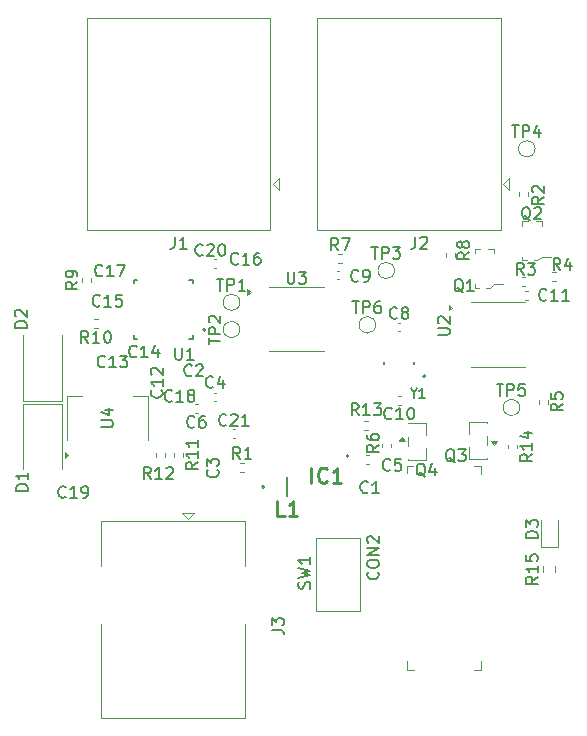
<source format=gbr>
%TF.GenerationSoftware,KiCad,Pcbnew,9.0.7*%
%TF.CreationDate,2026-01-18T11:35:40-05:00*%
%TF.ProjectId,digirig_icom,64696769-7269-4675-9f69-636f6d2e6b69,rev?*%
%TF.SameCoordinates,Original*%
%TF.FileFunction,Legend,Top*%
%TF.FilePolarity,Positive*%
%FSLAX46Y46*%
G04 Gerber Fmt 4.6, Leading zero omitted, Abs format (unit mm)*
G04 Created by KiCad (PCBNEW 9.0.7) date 2026-01-18 11:35:40*
%MOMM*%
%LPD*%
G01*
G04 APERTURE LIST*
%ADD10C,0.150000*%
%ADD11C,0.254000*%
%ADD12C,0.120000*%
%ADD13C,0.100000*%
%ADD14C,0.200000*%
%ADD15C,0.127000*%
G04 APERTURE END LIST*
D10*
X16957142Y-53059580D02*
X16909523Y-53107200D01*
X16909523Y-53107200D02*
X16766666Y-53154819D01*
X16766666Y-53154819D02*
X16671428Y-53154819D01*
X16671428Y-53154819D02*
X16528571Y-53107200D01*
X16528571Y-53107200D02*
X16433333Y-53011961D01*
X16433333Y-53011961D02*
X16385714Y-52916723D01*
X16385714Y-52916723D02*
X16338095Y-52726247D01*
X16338095Y-52726247D02*
X16338095Y-52583390D01*
X16338095Y-52583390D02*
X16385714Y-52392914D01*
X16385714Y-52392914D02*
X16433333Y-52297676D01*
X16433333Y-52297676D02*
X16528571Y-52202438D01*
X16528571Y-52202438D02*
X16671428Y-52154819D01*
X16671428Y-52154819D02*
X16766666Y-52154819D01*
X16766666Y-52154819D02*
X16909523Y-52202438D01*
X16909523Y-52202438D02*
X16957142Y-52250057D01*
X17909523Y-53154819D02*
X17338095Y-53154819D01*
X17623809Y-53154819D02*
X17623809Y-52154819D01*
X17623809Y-52154819D02*
X17528571Y-52297676D01*
X17528571Y-52297676D02*
X17433333Y-52392914D01*
X17433333Y-52392914D02*
X17338095Y-52440533D01*
X18385714Y-53154819D02*
X18576190Y-53154819D01*
X18576190Y-53154819D02*
X18671428Y-53107200D01*
X18671428Y-53107200D02*
X18719047Y-53059580D01*
X18719047Y-53059580D02*
X18814285Y-52916723D01*
X18814285Y-52916723D02*
X18861904Y-52726247D01*
X18861904Y-52726247D02*
X18861904Y-52345295D01*
X18861904Y-52345295D02*
X18814285Y-52250057D01*
X18814285Y-52250057D02*
X18766666Y-52202438D01*
X18766666Y-52202438D02*
X18671428Y-52154819D01*
X18671428Y-52154819D02*
X18480952Y-52154819D01*
X18480952Y-52154819D02*
X18385714Y-52202438D01*
X18385714Y-52202438D02*
X18338095Y-52250057D01*
X18338095Y-52250057D02*
X18290476Y-52345295D01*
X18290476Y-52345295D02*
X18290476Y-52583390D01*
X18290476Y-52583390D02*
X18338095Y-52678628D01*
X18338095Y-52678628D02*
X18385714Y-52726247D01*
X18385714Y-52726247D02*
X18480952Y-52773866D01*
X18480952Y-52773866D02*
X18671428Y-52773866D01*
X18671428Y-52773866D02*
X18766666Y-52726247D01*
X18766666Y-52726247D02*
X18814285Y-52678628D01*
X18814285Y-52678628D02*
X18861904Y-52583390D01*
X22957142Y-41159580D02*
X22909523Y-41207200D01*
X22909523Y-41207200D02*
X22766666Y-41254819D01*
X22766666Y-41254819D02*
X22671428Y-41254819D01*
X22671428Y-41254819D02*
X22528571Y-41207200D01*
X22528571Y-41207200D02*
X22433333Y-41111961D01*
X22433333Y-41111961D02*
X22385714Y-41016723D01*
X22385714Y-41016723D02*
X22338095Y-40826247D01*
X22338095Y-40826247D02*
X22338095Y-40683390D01*
X22338095Y-40683390D02*
X22385714Y-40492914D01*
X22385714Y-40492914D02*
X22433333Y-40397676D01*
X22433333Y-40397676D02*
X22528571Y-40302438D01*
X22528571Y-40302438D02*
X22671428Y-40254819D01*
X22671428Y-40254819D02*
X22766666Y-40254819D01*
X22766666Y-40254819D02*
X22909523Y-40302438D01*
X22909523Y-40302438D02*
X22957142Y-40350057D01*
X23909523Y-41254819D02*
X23338095Y-41254819D01*
X23623809Y-41254819D02*
X23623809Y-40254819D01*
X23623809Y-40254819D02*
X23528571Y-40397676D01*
X23528571Y-40397676D02*
X23433333Y-40492914D01*
X23433333Y-40492914D02*
X23338095Y-40540533D01*
X24766666Y-40588152D02*
X24766666Y-41254819D01*
X24528571Y-40207200D02*
X24290476Y-40921485D01*
X24290476Y-40921485D02*
X24909523Y-40921485D01*
X46566666Y-31054819D02*
X46566666Y-31769104D01*
X46566666Y-31769104D02*
X46519047Y-31911961D01*
X46519047Y-31911961D02*
X46423809Y-32007200D01*
X46423809Y-32007200D02*
X46280952Y-32054819D01*
X46280952Y-32054819D02*
X46185714Y-32054819D01*
X46995238Y-31150057D02*
X47042857Y-31102438D01*
X47042857Y-31102438D02*
X47138095Y-31054819D01*
X47138095Y-31054819D02*
X47376190Y-31054819D01*
X47376190Y-31054819D02*
X47471428Y-31102438D01*
X47471428Y-31102438D02*
X47519047Y-31150057D01*
X47519047Y-31150057D02*
X47566666Y-31245295D01*
X47566666Y-31245295D02*
X47566666Y-31340533D01*
X47566666Y-31340533D02*
X47519047Y-31483390D01*
X47519047Y-31483390D02*
X46947619Y-32054819D01*
X46947619Y-32054819D02*
X47566666Y-32054819D01*
X41733333Y-34759580D02*
X41685714Y-34807200D01*
X41685714Y-34807200D02*
X41542857Y-34854819D01*
X41542857Y-34854819D02*
X41447619Y-34854819D01*
X41447619Y-34854819D02*
X41304762Y-34807200D01*
X41304762Y-34807200D02*
X41209524Y-34711961D01*
X41209524Y-34711961D02*
X41161905Y-34616723D01*
X41161905Y-34616723D02*
X41114286Y-34426247D01*
X41114286Y-34426247D02*
X41114286Y-34283390D01*
X41114286Y-34283390D02*
X41161905Y-34092914D01*
X41161905Y-34092914D02*
X41209524Y-33997676D01*
X41209524Y-33997676D02*
X41304762Y-33902438D01*
X41304762Y-33902438D02*
X41447619Y-33854819D01*
X41447619Y-33854819D02*
X41542857Y-33854819D01*
X41542857Y-33854819D02*
X41685714Y-33902438D01*
X41685714Y-33902438D02*
X41733333Y-33950057D01*
X42209524Y-34854819D02*
X42400000Y-34854819D01*
X42400000Y-34854819D02*
X42495238Y-34807200D01*
X42495238Y-34807200D02*
X42542857Y-34759580D01*
X42542857Y-34759580D02*
X42638095Y-34616723D01*
X42638095Y-34616723D02*
X42685714Y-34426247D01*
X42685714Y-34426247D02*
X42685714Y-34045295D01*
X42685714Y-34045295D02*
X42638095Y-33950057D01*
X42638095Y-33950057D02*
X42590476Y-33902438D01*
X42590476Y-33902438D02*
X42495238Y-33854819D01*
X42495238Y-33854819D02*
X42304762Y-33854819D01*
X42304762Y-33854819D02*
X42209524Y-33902438D01*
X42209524Y-33902438D02*
X42161905Y-33950057D01*
X42161905Y-33950057D02*
X42114286Y-34045295D01*
X42114286Y-34045295D02*
X42114286Y-34283390D01*
X42114286Y-34283390D02*
X42161905Y-34378628D01*
X42161905Y-34378628D02*
X42209524Y-34426247D01*
X42209524Y-34426247D02*
X42304762Y-34473866D01*
X42304762Y-34473866D02*
X42495238Y-34473866D01*
X42495238Y-34473866D02*
X42590476Y-34426247D01*
X42590476Y-34426247D02*
X42638095Y-34378628D01*
X42638095Y-34378628D02*
X42685714Y-34283390D01*
X35738095Y-34004819D02*
X35738095Y-34814342D01*
X35738095Y-34814342D02*
X35785714Y-34909580D01*
X35785714Y-34909580D02*
X35833333Y-34957200D01*
X35833333Y-34957200D02*
X35928571Y-35004819D01*
X35928571Y-35004819D02*
X36119047Y-35004819D01*
X36119047Y-35004819D02*
X36214285Y-34957200D01*
X36214285Y-34957200D02*
X36261904Y-34909580D01*
X36261904Y-34909580D02*
X36309523Y-34814342D01*
X36309523Y-34814342D02*
X36309523Y-34004819D01*
X36690476Y-34004819D02*
X37309523Y-34004819D01*
X37309523Y-34004819D02*
X36976190Y-34385771D01*
X36976190Y-34385771D02*
X37119047Y-34385771D01*
X37119047Y-34385771D02*
X37214285Y-34433390D01*
X37214285Y-34433390D02*
X37261904Y-34481009D01*
X37261904Y-34481009D02*
X37309523Y-34576247D01*
X37309523Y-34576247D02*
X37309523Y-34814342D01*
X37309523Y-34814342D02*
X37261904Y-34909580D01*
X37261904Y-34909580D02*
X37214285Y-34957200D01*
X37214285Y-34957200D02*
X37119047Y-35004819D01*
X37119047Y-35004819D02*
X36833333Y-35004819D01*
X36833333Y-35004819D02*
X36738095Y-34957200D01*
X36738095Y-34957200D02*
X36690476Y-34909580D01*
X42838095Y-31906819D02*
X43409523Y-31906819D01*
X43123809Y-32906819D02*
X43123809Y-31906819D01*
X43742857Y-32906819D02*
X43742857Y-31906819D01*
X43742857Y-31906819D02*
X44123809Y-31906819D01*
X44123809Y-31906819D02*
X44219047Y-31954438D01*
X44219047Y-31954438D02*
X44266666Y-32002057D01*
X44266666Y-32002057D02*
X44314285Y-32097295D01*
X44314285Y-32097295D02*
X44314285Y-32240152D01*
X44314285Y-32240152D02*
X44266666Y-32335390D01*
X44266666Y-32335390D02*
X44219047Y-32383009D01*
X44219047Y-32383009D02*
X44123809Y-32430628D01*
X44123809Y-32430628D02*
X43742857Y-32430628D01*
X44647619Y-31906819D02*
X45266666Y-31906819D01*
X45266666Y-31906819D02*
X44933333Y-32287771D01*
X44933333Y-32287771D02*
X45076190Y-32287771D01*
X45076190Y-32287771D02*
X45171428Y-32335390D01*
X45171428Y-32335390D02*
X45219047Y-32383009D01*
X45219047Y-32383009D02*
X45266666Y-32478247D01*
X45266666Y-32478247D02*
X45266666Y-32716342D01*
X45266666Y-32716342D02*
X45219047Y-32811580D01*
X45219047Y-32811580D02*
X45171428Y-32859200D01*
X45171428Y-32859200D02*
X45076190Y-32906819D01*
X45076190Y-32906819D02*
X44790476Y-32906819D01*
X44790476Y-32906819D02*
X44695238Y-32859200D01*
X44695238Y-32859200D02*
X44647619Y-32811580D01*
X27633333Y-42759580D02*
X27585714Y-42807200D01*
X27585714Y-42807200D02*
X27442857Y-42854819D01*
X27442857Y-42854819D02*
X27347619Y-42854819D01*
X27347619Y-42854819D02*
X27204762Y-42807200D01*
X27204762Y-42807200D02*
X27109524Y-42711961D01*
X27109524Y-42711961D02*
X27061905Y-42616723D01*
X27061905Y-42616723D02*
X27014286Y-42426247D01*
X27014286Y-42426247D02*
X27014286Y-42283390D01*
X27014286Y-42283390D02*
X27061905Y-42092914D01*
X27061905Y-42092914D02*
X27109524Y-41997676D01*
X27109524Y-41997676D02*
X27204762Y-41902438D01*
X27204762Y-41902438D02*
X27347619Y-41854819D01*
X27347619Y-41854819D02*
X27442857Y-41854819D01*
X27442857Y-41854819D02*
X27585714Y-41902438D01*
X27585714Y-41902438D02*
X27633333Y-41950057D01*
X28014286Y-41950057D02*
X28061905Y-41902438D01*
X28061905Y-41902438D02*
X28157143Y-41854819D01*
X28157143Y-41854819D02*
X28395238Y-41854819D01*
X28395238Y-41854819D02*
X28490476Y-41902438D01*
X28490476Y-41902438D02*
X28538095Y-41950057D01*
X28538095Y-41950057D02*
X28585714Y-42045295D01*
X28585714Y-42045295D02*
X28585714Y-42140533D01*
X28585714Y-42140533D02*
X28538095Y-42283390D01*
X28538095Y-42283390D02*
X27966667Y-42854819D01*
X27966667Y-42854819D02*
X28585714Y-42854819D01*
X27853333Y-47119580D02*
X27805714Y-47167200D01*
X27805714Y-47167200D02*
X27662857Y-47214819D01*
X27662857Y-47214819D02*
X27567619Y-47214819D01*
X27567619Y-47214819D02*
X27424762Y-47167200D01*
X27424762Y-47167200D02*
X27329524Y-47071961D01*
X27329524Y-47071961D02*
X27281905Y-46976723D01*
X27281905Y-46976723D02*
X27234286Y-46786247D01*
X27234286Y-46786247D02*
X27234286Y-46643390D01*
X27234286Y-46643390D02*
X27281905Y-46452914D01*
X27281905Y-46452914D02*
X27329524Y-46357676D01*
X27329524Y-46357676D02*
X27424762Y-46262438D01*
X27424762Y-46262438D02*
X27567619Y-46214819D01*
X27567619Y-46214819D02*
X27662857Y-46214819D01*
X27662857Y-46214819D02*
X27805714Y-46262438D01*
X27805714Y-46262438D02*
X27853333Y-46310057D01*
X28710476Y-46214819D02*
X28520000Y-46214819D01*
X28520000Y-46214819D02*
X28424762Y-46262438D01*
X28424762Y-46262438D02*
X28377143Y-46310057D01*
X28377143Y-46310057D02*
X28281905Y-46452914D01*
X28281905Y-46452914D02*
X28234286Y-46643390D01*
X28234286Y-46643390D02*
X28234286Y-47024342D01*
X28234286Y-47024342D02*
X28281905Y-47119580D01*
X28281905Y-47119580D02*
X28329524Y-47167200D01*
X28329524Y-47167200D02*
X28424762Y-47214819D01*
X28424762Y-47214819D02*
X28615238Y-47214819D01*
X28615238Y-47214819D02*
X28710476Y-47167200D01*
X28710476Y-47167200D02*
X28758095Y-47119580D01*
X28758095Y-47119580D02*
X28805714Y-47024342D01*
X28805714Y-47024342D02*
X28805714Y-46786247D01*
X28805714Y-46786247D02*
X28758095Y-46691009D01*
X28758095Y-46691009D02*
X28710476Y-46643390D01*
X28710476Y-46643390D02*
X28615238Y-46595771D01*
X28615238Y-46595771D02*
X28424762Y-46595771D01*
X28424762Y-46595771D02*
X28329524Y-46643390D01*
X28329524Y-46643390D02*
X28281905Y-46691009D01*
X28281905Y-46691009D02*
X28234286Y-46786247D01*
X42533333Y-52659580D02*
X42485714Y-52707200D01*
X42485714Y-52707200D02*
X42342857Y-52754819D01*
X42342857Y-52754819D02*
X42247619Y-52754819D01*
X42247619Y-52754819D02*
X42104762Y-52707200D01*
X42104762Y-52707200D02*
X42009524Y-52611961D01*
X42009524Y-52611961D02*
X41961905Y-52516723D01*
X41961905Y-52516723D02*
X41914286Y-52326247D01*
X41914286Y-52326247D02*
X41914286Y-52183390D01*
X41914286Y-52183390D02*
X41961905Y-51992914D01*
X41961905Y-51992914D02*
X42009524Y-51897676D01*
X42009524Y-51897676D02*
X42104762Y-51802438D01*
X42104762Y-51802438D02*
X42247619Y-51754819D01*
X42247619Y-51754819D02*
X42342857Y-51754819D01*
X42342857Y-51754819D02*
X42485714Y-51802438D01*
X42485714Y-51802438D02*
X42533333Y-51850057D01*
X43485714Y-52754819D02*
X42914286Y-52754819D01*
X43200000Y-52754819D02*
X43200000Y-51754819D01*
X43200000Y-51754819D02*
X43104762Y-51897676D01*
X43104762Y-51897676D02*
X43009524Y-51992914D01*
X43009524Y-51992914D02*
X42914286Y-52040533D01*
X17954819Y-34866666D02*
X17478628Y-35199999D01*
X17954819Y-35438094D02*
X16954819Y-35438094D01*
X16954819Y-35438094D02*
X16954819Y-35057142D01*
X16954819Y-35057142D02*
X17002438Y-34961904D01*
X17002438Y-34961904D02*
X17050057Y-34914285D01*
X17050057Y-34914285D02*
X17145295Y-34866666D01*
X17145295Y-34866666D02*
X17288152Y-34866666D01*
X17288152Y-34866666D02*
X17383390Y-34914285D01*
X17383390Y-34914285D02*
X17431009Y-34961904D01*
X17431009Y-34961904D02*
X17478628Y-35057142D01*
X17478628Y-35057142D02*
X17478628Y-35438094D01*
X17954819Y-34390475D02*
X17954819Y-34199999D01*
X17954819Y-34199999D02*
X17907200Y-34104761D01*
X17907200Y-34104761D02*
X17859580Y-34057142D01*
X17859580Y-34057142D02*
X17716723Y-33961904D01*
X17716723Y-33961904D02*
X17526247Y-33914285D01*
X17526247Y-33914285D02*
X17145295Y-33914285D01*
X17145295Y-33914285D02*
X17050057Y-33961904D01*
X17050057Y-33961904D02*
X17002438Y-34009523D01*
X17002438Y-34009523D02*
X16954819Y-34104761D01*
X16954819Y-34104761D02*
X16954819Y-34295237D01*
X16954819Y-34295237D02*
X17002438Y-34390475D01*
X17002438Y-34390475D02*
X17050057Y-34438094D01*
X17050057Y-34438094D02*
X17145295Y-34485713D01*
X17145295Y-34485713D02*
X17383390Y-34485713D01*
X17383390Y-34485713D02*
X17478628Y-34438094D01*
X17478628Y-34438094D02*
X17526247Y-34390475D01*
X17526247Y-34390475D02*
X17573866Y-34295237D01*
X17573866Y-34295237D02*
X17573866Y-34104761D01*
X17573866Y-34104761D02*
X17526247Y-34009523D01*
X17526247Y-34009523D02*
X17478628Y-33961904D01*
X17478628Y-33961904D02*
X17383390Y-33914285D01*
X56454819Y-49452857D02*
X55978628Y-49786190D01*
X56454819Y-50024285D02*
X55454819Y-50024285D01*
X55454819Y-50024285D02*
X55454819Y-49643333D01*
X55454819Y-49643333D02*
X55502438Y-49548095D01*
X55502438Y-49548095D02*
X55550057Y-49500476D01*
X55550057Y-49500476D02*
X55645295Y-49452857D01*
X55645295Y-49452857D02*
X55788152Y-49452857D01*
X55788152Y-49452857D02*
X55883390Y-49500476D01*
X55883390Y-49500476D02*
X55931009Y-49548095D01*
X55931009Y-49548095D02*
X55978628Y-49643333D01*
X55978628Y-49643333D02*
X55978628Y-50024285D01*
X56454819Y-48500476D02*
X56454819Y-49071904D01*
X56454819Y-48786190D02*
X55454819Y-48786190D01*
X55454819Y-48786190D02*
X55597676Y-48881428D01*
X55597676Y-48881428D02*
X55692914Y-48976666D01*
X55692914Y-48976666D02*
X55740533Y-49071904D01*
X55788152Y-47643333D02*
X56454819Y-47643333D01*
X55407200Y-47881428D02*
X56121485Y-48119523D01*
X56121485Y-48119523D02*
X56121485Y-47500476D01*
X43454819Y-48666666D02*
X42978628Y-48999999D01*
X43454819Y-49238094D02*
X42454819Y-49238094D01*
X42454819Y-49238094D02*
X42454819Y-48857142D01*
X42454819Y-48857142D02*
X42502438Y-48761904D01*
X42502438Y-48761904D02*
X42550057Y-48714285D01*
X42550057Y-48714285D02*
X42645295Y-48666666D01*
X42645295Y-48666666D02*
X42788152Y-48666666D01*
X42788152Y-48666666D02*
X42883390Y-48714285D01*
X42883390Y-48714285D02*
X42931009Y-48761904D01*
X42931009Y-48761904D02*
X42978628Y-48857142D01*
X42978628Y-48857142D02*
X42978628Y-49238094D01*
X42454819Y-47809523D02*
X42454819Y-47999999D01*
X42454819Y-47999999D02*
X42502438Y-48095237D01*
X42502438Y-48095237D02*
X42550057Y-48142856D01*
X42550057Y-48142856D02*
X42692914Y-48238094D01*
X42692914Y-48238094D02*
X42883390Y-48285713D01*
X42883390Y-48285713D02*
X43264342Y-48285713D01*
X43264342Y-48285713D02*
X43359580Y-48238094D01*
X43359580Y-48238094D02*
X43407200Y-48190475D01*
X43407200Y-48190475D02*
X43454819Y-48095237D01*
X43454819Y-48095237D02*
X43454819Y-47904761D01*
X43454819Y-47904761D02*
X43407200Y-47809523D01*
X43407200Y-47809523D02*
X43359580Y-47761904D01*
X43359580Y-47761904D02*
X43264342Y-47714285D01*
X43264342Y-47714285D02*
X43026247Y-47714285D01*
X43026247Y-47714285D02*
X42931009Y-47761904D01*
X42931009Y-47761904D02*
X42883390Y-47809523D01*
X42883390Y-47809523D02*
X42835771Y-47904761D01*
X42835771Y-47904761D02*
X42835771Y-48095237D01*
X42835771Y-48095237D02*
X42883390Y-48190475D01*
X42883390Y-48190475D02*
X42931009Y-48238094D01*
X42931009Y-48238094D02*
X43026247Y-48285713D01*
X18867142Y-40024819D02*
X18533809Y-39548628D01*
X18295714Y-40024819D02*
X18295714Y-39024819D01*
X18295714Y-39024819D02*
X18676666Y-39024819D01*
X18676666Y-39024819D02*
X18771904Y-39072438D01*
X18771904Y-39072438D02*
X18819523Y-39120057D01*
X18819523Y-39120057D02*
X18867142Y-39215295D01*
X18867142Y-39215295D02*
X18867142Y-39358152D01*
X18867142Y-39358152D02*
X18819523Y-39453390D01*
X18819523Y-39453390D02*
X18771904Y-39501009D01*
X18771904Y-39501009D02*
X18676666Y-39548628D01*
X18676666Y-39548628D02*
X18295714Y-39548628D01*
X19819523Y-40024819D02*
X19248095Y-40024819D01*
X19533809Y-40024819D02*
X19533809Y-39024819D01*
X19533809Y-39024819D02*
X19438571Y-39167676D01*
X19438571Y-39167676D02*
X19343333Y-39262914D01*
X19343333Y-39262914D02*
X19248095Y-39310533D01*
X20438571Y-39024819D02*
X20533809Y-39024819D01*
X20533809Y-39024819D02*
X20629047Y-39072438D01*
X20629047Y-39072438D02*
X20676666Y-39120057D01*
X20676666Y-39120057D02*
X20724285Y-39215295D01*
X20724285Y-39215295D02*
X20771904Y-39405771D01*
X20771904Y-39405771D02*
X20771904Y-39643866D01*
X20771904Y-39643866D02*
X20724285Y-39834342D01*
X20724285Y-39834342D02*
X20676666Y-39929580D01*
X20676666Y-39929580D02*
X20629047Y-39977200D01*
X20629047Y-39977200D02*
X20533809Y-40024819D01*
X20533809Y-40024819D02*
X20438571Y-40024819D01*
X20438571Y-40024819D02*
X20343333Y-39977200D01*
X20343333Y-39977200D02*
X20295714Y-39929580D01*
X20295714Y-39929580D02*
X20248095Y-39834342D01*
X20248095Y-39834342D02*
X20200476Y-39643866D01*
X20200476Y-39643866D02*
X20200476Y-39405771D01*
X20200476Y-39405771D02*
X20248095Y-39215295D01*
X20248095Y-39215295D02*
X20295714Y-39120057D01*
X20295714Y-39120057D02*
X20343333Y-39072438D01*
X20343333Y-39072438D02*
X20438571Y-39024819D01*
X43384580Y-59439285D02*
X43432200Y-59486904D01*
X43432200Y-59486904D02*
X43479819Y-59629761D01*
X43479819Y-59629761D02*
X43479819Y-59724999D01*
X43479819Y-59724999D02*
X43432200Y-59867856D01*
X43432200Y-59867856D02*
X43336961Y-59963094D01*
X43336961Y-59963094D02*
X43241723Y-60010713D01*
X43241723Y-60010713D02*
X43051247Y-60058332D01*
X43051247Y-60058332D02*
X42908390Y-60058332D01*
X42908390Y-60058332D02*
X42717914Y-60010713D01*
X42717914Y-60010713D02*
X42622676Y-59963094D01*
X42622676Y-59963094D02*
X42527438Y-59867856D01*
X42527438Y-59867856D02*
X42479819Y-59724999D01*
X42479819Y-59724999D02*
X42479819Y-59629761D01*
X42479819Y-59629761D02*
X42527438Y-59486904D01*
X42527438Y-59486904D02*
X42575057Y-59439285D01*
X42479819Y-58820237D02*
X42479819Y-58629761D01*
X42479819Y-58629761D02*
X42527438Y-58534523D01*
X42527438Y-58534523D02*
X42622676Y-58439285D01*
X42622676Y-58439285D02*
X42813152Y-58391666D01*
X42813152Y-58391666D02*
X43146485Y-58391666D01*
X43146485Y-58391666D02*
X43336961Y-58439285D01*
X43336961Y-58439285D02*
X43432200Y-58534523D01*
X43432200Y-58534523D02*
X43479819Y-58629761D01*
X43479819Y-58629761D02*
X43479819Y-58820237D01*
X43479819Y-58820237D02*
X43432200Y-58915475D01*
X43432200Y-58915475D02*
X43336961Y-59010713D01*
X43336961Y-59010713D02*
X43146485Y-59058332D01*
X43146485Y-59058332D02*
X42813152Y-59058332D01*
X42813152Y-59058332D02*
X42622676Y-59010713D01*
X42622676Y-59010713D02*
X42527438Y-58915475D01*
X42527438Y-58915475D02*
X42479819Y-58820237D01*
X43479819Y-57963094D02*
X42479819Y-57963094D01*
X42479819Y-57963094D02*
X43479819Y-57391666D01*
X43479819Y-57391666D02*
X42479819Y-57391666D01*
X42575057Y-56963094D02*
X42527438Y-56915475D01*
X42527438Y-56915475D02*
X42479819Y-56820237D01*
X42479819Y-56820237D02*
X42479819Y-56582142D01*
X42479819Y-56582142D02*
X42527438Y-56486904D01*
X42527438Y-56486904D02*
X42575057Y-56439285D01*
X42575057Y-56439285D02*
X42670295Y-56391666D01*
X42670295Y-56391666D02*
X42765533Y-56391666D01*
X42765533Y-56391666D02*
X42908390Y-56439285D01*
X42908390Y-56439285D02*
X43479819Y-57010713D01*
X43479819Y-57010713D02*
X43479819Y-56391666D01*
X31557142Y-33309580D02*
X31509523Y-33357200D01*
X31509523Y-33357200D02*
X31366666Y-33404819D01*
X31366666Y-33404819D02*
X31271428Y-33404819D01*
X31271428Y-33404819D02*
X31128571Y-33357200D01*
X31128571Y-33357200D02*
X31033333Y-33261961D01*
X31033333Y-33261961D02*
X30985714Y-33166723D01*
X30985714Y-33166723D02*
X30938095Y-32976247D01*
X30938095Y-32976247D02*
X30938095Y-32833390D01*
X30938095Y-32833390D02*
X30985714Y-32642914D01*
X30985714Y-32642914D02*
X31033333Y-32547676D01*
X31033333Y-32547676D02*
X31128571Y-32452438D01*
X31128571Y-32452438D02*
X31271428Y-32404819D01*
X31271428Y-32404819D02*
X31366666Y-32404819D01*
X31366666Y-32404819D02*
X31509523Y-32452438D01*
X31509523Y-32452438D02*
X31557142Y-32500057D01*
X32509523Y-33404819D02*
X31938095Y-33404819D01*
X32223809Y-33404819D02*
X32223809Y-32404819D01*
X32223809Y-32404819D02*
X32128571Y-32547676D01*
X32128571Y-32547676D02*
X32033333Y-32642914D01*
X32033333Y-32642914D02*
X31938095Y-32690533D01*
X33366666Y-32404819D02*
X33176190Y-32404819D01*
X33176190Y-32404819D02*
X33080952Y-32452438D01*
X33080952Y-32452438D02*
X33033333Y-32500057D01*
X33033333Y-32500057D02*
X32938095Y-32642914D01*
X32938095Y-32642914D02*
X32890476Y-32833390D01*
X32890476Y-32833390D02*
X32890476Y-33214342D01*
X32890476Y-33214342D02*
X32938095Y-33309580D01*
X32938095Y-33309580D02*
X32985714Y-33357200D01*
X32985714Y-33357200D02*
X33080952Y-33404819D01*
X33080952Y-33404819D02*
X33271428Y-33404819D01*
X33271428Y-33404819D02*
X33366666Y-33357200D01*
X33366666Y-33357200D02*
X33414285Y-33309580D01*
X33414285Y-33309580D02*
X33461904Y-33214342D01*
X33461904Y-33214342D02*
X33461904Y-32976247D01*
X33461904Y-32976247D02*
X33414285Y-32881009D01*
X33414285Y-32881009D02*
X33366666Y-32833390D01*
X33366666Y-32833390D02*
X33271428Y-32785771D01*
X33271428Y-32785771D02*
X33080952Y-32785771D01*
X33080952Y-32785771D02*
X32985714Y-32833390D01*
X32985714Y-32833390D02*
X32938095Y-32881009D01*
X32938095Y-32881009D02*
X32890476Y-32976247D01*
X29054819Y-40161904D02*
X29054819Y-39590476D01*
X30054819Y-39876190D02*
X29054819Y-39876190D01*
X30054819Y-39257142D02*
X29054819Y-39257142D01*
X29054819Y-39257142D02*
X29054819Y-38876190D01*
X29054819Y-38876190D02*
X29102438Y-38780952D01*
X29102438Y-38780952D02*
X29150057Y-38733333D01*
X29150057Y-38733333D02*
X29245295Y-38685714D01*
X29245295Y-38685714D02*
X29388152Y-38685714D01*
X29388152Y-38685714D02*
X29483390Y-38733333D01*
X29483390Y-38733333D02*
X29531009Y-38780952D01*
X29531009Y-38780952D02*
X29578628Y-38876190D01*
X29578628Y-38876190D02*
X29578628Y-39257142D01*
X29150057Y-38304761D02*
X29102438Y-38257142D01*
X29102438Y-38257142D02*
X29054819Y-38161904D01*
X29054819Y-38161904D02*
X29054819Y-37923809D01*
X29054819Y-37923809D02*
X29102438Y-37828571D01*
X29102438Y-37828571D02*
X29150057Y-37780952D01*
X29150057Y-37780952D02*
X29245295Y-37733333D01*
X29245295Y-37733333D02*
X29340533Y-37733333D01*
X29340533Y-37733333D02*
X29483390Y-37780952D01*
X29483390Y-37780952D02*
X30054819Y-38352380D01*
X30054819Y-38352380D02*
X30054819Y-37733333D01*
X48454819Y-39361904D02*
X49264342Y-39361904D01*
X49264342Y-39361904D02*
X49359580Y-39314285D01*
X49359580Y-39314285D02*
X49407200Y-39266666D01*
X49407200Y-39266666D02*
X49454819Y-39171428D01*
X49454819Y-39171428D02*
X49454819Y-38980952D01*
X49454819Y-38980952D02*
X49407200Y-38885714D01*
X49407200Y-38885714D02*
X49359580Y-38838095D01*
X49359580Y-38838095D02*
X49264342Y-38790476D01*
X49264342Y-38790476D02*
X48454819Y-38790476D01*
X48550057Y-38361904D02*
X48502438Y-38314285D01*
X48502438Y-38314285D02*
X48454819Y-38219047D01*
X48454819Y-38219047D02*
X48454819Y-37980952D01*
X48454819Y-37980952D02*
X48502438Y-37885714D01*
X48502438Y-37885714D02*
X48550057Y-37838095D01*
X48550057Y-37838095D02*
X48645295Y-37790476D01*
X48645295Y-37790476D02*
X48740533Y-37790476D01*
X48740533Y-37790476D02*
X48883390Y-37838095D01*
X48883390Y-37838095D02*
X49454819Y-38409523D01*
X49454819Y-38409523D02*
X49454819Y-37790476D01*
X13754819Y-52538094D02*
X12754819Y-52538094D01*
X12754819Y-52538094D02*
X12754819Y-52299999D01*
X12754819Y-52299999D02*
X12802438Y-52157142D01*
X12802438Y-52157142D02*
X12897676Y-52061904D01*
X12897676Y-52061904D02*
X12992914Y-52014285D01*
X12992914Y-52014285D02*
X13183390Y-51966666D01*
X13183390Y-51966666D02*
X13326247Y-51966666D01*
X13326247Y-51966666D02*
X13516723Y-52014285D01*
X13516723Y-52014285D02*
X13611961Y-52061904D01*
X13611961Y-52061904D02*
X13707200Y-52157142D01*
X13707200Y-52157142D02*
X13754819Y-52299999D01*
X13754819Y-52299999D02*
X13754819Y-52538094D01*
X13754819Y-51014285D02*
X13754819Y-51585713D01*
X13754819Y-51299999D02*
X12754819Y-51299999D01*
X12754819Y-51299999D02*
X12897676Y-51395237D01*
X12897676Y-51395237D02*
X12992914Y-51490475D01*
X12992914Y-51490475D02*
X13040533Y-51585713D01*
X56924819Y-59842857D02*
X56448628Y-60176190D01*
X56924819Y-60414285D02*
X55924819Y-60414285D01*
X55924819Y-60414285D02*
X55924819Y-60033333D01*
X55924819Y-60033333D02*
X55972438Y-59938095D01*
X55972438Y-59938095D02*
X56020057Y-59890476D01*
X56020057Y-59890476D02*
X56115295Y-59842857D01*
X56115295Y-59842857D02*
X56258152Y-59842857D01*
X56258152Y-59842857D02*
X56353390Y-59890476D01*
X56353390Y-59890476D02*
X56401009Y-59938095D01*
X56401009Y-59938095D02*
X56448628Y-60033333D01*
X56448628Y-60033333D02*
X56448628Y-60414285D01*
X56924819Y-58890476D02*
X56924819Y-59461904D01*
X56924819Y-59176190D02*
X55924819Y-59176190D01*
X55924819Y-59176190D02*
X56067676Y-59271428D01*
X56067676Y-59271428D02*
X56162914Y-59366666D01*
X56162914Y-59366666D02*
X56210533Y-59461904D01*
X55924819Y-57985714D02*
X55924819Y-58461904D01*
X55924819Y-58461904D02*
X56401009Y-58509523D01*
X56401009Y-58509523D02*
X56353390Y-58461904D01*
X56353390Y-58461904D02*
X56305771Y-58366666D01*
X56305771Y-58366666D02*
X56305771Y-58128571D01*
X56305771Y-58128571D02*
X56353390Y-58033333D01*
X56353390Y-58033333D02*
X56401009Y-57985714D01*
X56401009Y-57985714D02*
X56496247Y-57938095D01*
X56496247Y-57938095D02*
X56734342Y-57938095D01*
X56734342Y-57938095D02*
X56829580Y-57985714D01*
X56829580Y-57985714D02*
X56877200Y-58033333D01*
X56877200Y-58033333D02*
X56924819Y-58128571D01*
X56924819Y-58128571D02*
X56924819Y-58366666D01*
X56924819Y-58366666D02*
X56877200Y-58461904D01*
X56877200Y-58461904D02*
X56829580Y-58509523D01*
X57657142Y-36359580D02*
X57609523Y-36407200D01*
X57609523Y-36407200D02*
X57466666Y-36454819D01*
X57466666Y-36454819D02*
X57371428Y-36454819D01*
X57371428Y-36454819D02*
X57228571Y-36407200D01*
X57228571Y-36407200D02*
X57133333Y-36311961D01*
X57133333Y-36311961D02*
X57085714Y-36216723D01*
X57085714Y-36216723D02*
X57038095Y-36026247D01*
X57038095Y-36026247D02*
X57038095Y-35883390D01*
X57038095Y-35883390D02*
X57085714Y-35692914D01*
X57085714Y-35692914D02*
X57133333Y-35597676D01*
X57133333Y-35597676D02*
X57228571Y-35502438D01*
X57228571Y-35502438D02*
X57371428Y-35454819D01*
X57371428Y-35454819D02*
X57466666Y-35454819D01*
X57466666Y-35454819D02*
X57609523Y-35502438D01*
X57609523Y-35502438D02*
X57657142Y-35550057D01*
X58609523Y-36454819D02*
X58038095Y-36454819D01*
X58323809Y-36454819D02*
X58323809Y-35454819D01*
X58323809Y-35454819D02*
X58228571Y-35597676D01*
X58228571Y-35597676D02*
X58133333Y-35692914D01*
X58133333Y-35692914D02*
X58038095Y-35740533D01*
X59561904Y-36454819D02*
X58990476Y-36454819D01*
X59276190Y-36454819D02*
X59276190Y-35454819D01*
X59276190Y-35454819D02*
X59180952Y-35597676D01*
X59180952Y-35597676D02*
X59085714Y-35692914D01*
X59085714Y-35692914D02*
X58990476Y-35740533D01*
X57454819Y-27666666D02*
X56978628Y-27999999D01*
X57454819Y-28238094D02*
X56454819Y-28238094D01*
X56454819Y-28238094D02*
X56454819Y-27857142D01*
X56454819Y-27857142D02*
X56502438Y-27761904D01*
X56502438Y-27761904D02*
X56550057Y-27714285D01*
X56550057Y-27714285D02*
X56645295Y-27666666D01*
X56645295Y-27666666D02*
X56788152Y-27666666D01*
X56788152Y-27666666D02*
X56883390Y-27714285D01*
X56883390Y-27714285D02*
X56931009Y-27761904D01*
X56931009Y-27761904D02*
X56978628Y-27857142D01*
X56978628Y-27857142D02*
X56978628Y-28238094D01*
X56550057Y-27285713D02*
X56502438Y-27238094D01*
X56502438Y-27238094D02*
X56454819Y-27142856D01*
X56454819Y-27142856D02*
X56454819Y-26904761D01*
X56454819Y-26904761D02*
X56502438Y-26809523D01*
X56502438Y-26809523D02*
X56550057Y-26761904D01*
X56550057Y-26761904D02*
X56645295Y-26714285D01*
X56645295Y-26714285D02*
X56740533Y-26714285D01*
X56740533Y-26714285D02*
X56883390Y-26761904D01*
X56883390Y-26761904D02*
X57454819Y-27333332D01*
X57454819Y-27333332D02*
X57454819Y-26714285D01*
X20277142Y-42009580D02*
X20229523Y-42057200D01*
X20229523Y-42057200D02*
X20086666Y-42104819D01*
X20086666Y-42104819D02*
X19991428Y-42104819D01*
X19991428Y-42104819D02*
X19848571Y-42057200D01*
X19848571Y-42057200D02*
X19753333Y-41961961D01*
X19753333Y-41961961D02*
X19705714Y-41866723D01*
X19705714Y-41866723D02*
X19658095Y-41676247D01*
X19658095Y-41676247D02*
X19658095Y-41533390D01*
X19658095Y-41533390D02*
X19705714Y-41342914D01*
X19705714Y-41342914D02*
X19753333Y-41247676D01*
X19753333Y-41247676D02*
X19848571Y-41152438D01*
X19848571Y-41152438D02*
X19991428Y-41104819D01*
X19991428Y-41104819D02*
X20086666Y-41104819D01*
X20086666Y-41104819D02*
X20229523Y-41152438D01*
X20229523Y-41152438D02*
X20277142Y-41200057D01*
X21229523Y-42104819D02*
X20658095Y-42104819D01*
X20943809Y-42104819D02*
X20943809Y-41104819D01*
X20943809Y-41104819D02*
X20848571Y-41247676D01*
X20848571Y-41247676D02*
X20753333Y-41342914D01*
X20753333Y-41342914D02*
X20658095Y-41390533D01*
X21562857Y-41104819D02*
X22181904Y-41104819D01*
X22181904Y-41104819D02*
X21848571Y-41485771D01*
X21848571Y-41485771D02*
X21991428Y-41485771D01*
X21991428Y-41485771D02*
X22086666Y-41533390D01*
X22086666Y-41533390D02*
X22134285Y-41581009D01*
X22134285Y-41581009D02*
X22181904Y-41676247D01*
X22181904Y-41676247D02*
X22181904Y-41914342D01*
X22181904Y-41914342D02*
X22134285Y-42009580D01*
X22134285Y-42009580D02*
X22086666Y-42057200D01*
X22086666Y-42057200D02*
X21991428Y-42104819D01*
X21991428Y-42104819D02*
X21705714Y-42104819D01*
X21705714Y-42104819D02*
X21610476Y-42057200D01*
X21610476Y-42057200D02*
X21562857Y-42009580D01*
X19954819Y-47161904D02*
X20764342Y-47161904D01*
X20764342Y-47161904D02*
X20859580Y-47114285D01*
X20859580Y-47114285D02*
X20907200Y-47066666D01*
X20907200Y-47066666D02*
X20954819Y-46971428D01*
X20954819Y-46971428D02*
X20954819Y-46780952D01*
X20954819Y-46780952D02*
X20907200Y-46685714D01*
X20907200Y-46685714D02*
X20859580Y-46638095D01*
X20859580Y-46638095D02*
X20764342Y-46590476D01*
X20764342Y-46590476D02*
X19954819Y-46590476D01*
X20288152Y-45685714D02*
X20954819Y-45685714D01*
X19907200Y-45923809D02*
X20621485Y-46161904D01*
X20621485Y-46161904D02*
X20621485Y-45542857D01*
X53438095Y-43506819D02*
X54009523Y-43506819D01*
X53723809Y-44506819D02*
X53723809Y-43506819D01*
X54342857Y-44506819D02*
X54342857Y-43506819D01*
X54342857Y-43506819D02*
X54723809Y-43506819D01*
X54723809Y-43506819D02*
X54819047Y-43554438D01*
X54819047Y-43554438D02*
X54866666Y-43602057D01*
X54866666Y-43602057D02*
X54914285Y-43697295D01*
X54914285Y-43697295D02*
X54914285Y-43840152D01*
X54914285Y-43840152D02*
X54866666Y-43935390D01*
X54866666Y-43935390D02*
X54819047Y-43983009D01*
X54819047Y-43983009D02*
X54723809Y-44030628D01*
X54723809Y-44030628D02*
X54342857Y-44030628D01*
X55819047Y-43506819D02*
X55342857Y-43506819D01*
X55342857Y-43506819D02*
X55295238Y-43983009D01*
X55295238Y-43983009D02*
X55342857Y-43935390D01*
X55342857Y-43935390D02*
X55438095Y-43887771D01*
X55438095Y-43887771D02*
X55676190Y-43887771D01*
X55676190Y-43887771D02*
X55771428Y-43935390D01*
X55771428Y-43935390D02*
X55819047Y-43983009D01*
X55819047Y-43983009D02*
X55866666Y-44078247D01*
X55866666Y-44078247D02*
X55866666Y-44316342D01*
X55866666Y-44316342D02*
X55819047Y-44411580D01*
X55819047Y-44411580D02*
X55771428Y-44459200D01*
X55771428Y-44459200D02*
X55676190Y-44506819D01*
X55676190Y-44506819D02*
X55438095Y-44506819D01*
X55438095Y-44506819D02*
X55342857Y-44459200D01*
X55342857Y-44459200D02*
X55295238Y-44411580D01*
X29433333Y-43759580D02*
X29385714Y-43807200D01*
X29385714Y-43807200D02*
X29242857Y-43854819D01*
X29242857Y-43854819D02*
X29147619Y-43854819D01*
X29147619Y-43854819D02*
X29004762Y-43807200D01*
X29004762Y-43807200D02*
X28909524Y-43711961D01*
X28909524Y-43711961D02*
X28861905Y-43616723D01*
X28861905Y-43616723D02*
X28814286Y-43426247D01*
X28814286Y-43426247D02*
X28814286Y-43283390D01*
X28814286Y-43283390D02*
X28861905Y-43092914D01*
X28861905Y-43092914D02*
X28909524Y-42997676D01*
X28909524Y-42997676D02*
X29004762Y-42902438D01*
X29004762Y-42902438D02*
X29147619Y-42854819D01*
X29147619Y-42854819D02*
X29242857Y-42854819D01*
X29242857Y-42854819D02*
X29385714Y-42902438D01*
X29385714Y-42902438D02*
X29433333Y-42950057D01*
X30290476Y-43188152D02*
X30290476Y-43854819D01*
X30052381Y-42807200D02*
X29814286Y-43521485D01*
X29814286Y-43521485D02*
X30433333Y-43521485D01*
X26201666Y-31054819D02*
X26201666Y-31769104D01*
X26201666Y-31769104D02*
X26154047Y-31911961D01*
X26154047Y-31911961D02*
X26058809Y-32007200D01*
X26058809Y-32007200D02*
X25915952Y-32054819D01*
X25915952Y-32054819D02*
X25820714Y-32054819D01*
X27201666Y-32054819D02*
X26630238Y-32054819D01*
X26915952Y-32054819D02*
X26915952Y-31054819D01*
X26915952Y-31054819D02*
X26820714Y-31197676D01*
X26820714Y-31197676D02*
X26725476Y-31292914D01*
X26725476Y-31292914D02*
X26630238Y-31340533D01*
D11*
X37760237Y-51874318D02*
X37760237Y-50604318D01*
X39090714Y-51753365D02*
X39030238Y-51813842D01*
X39030238Y-51813842D02*
X38848809Y-51874318D01*
X38848809Y-51874318D02*
X38727857Y-51874318D01*
X38727857Y-51874318D02*
X38546428Y-51813842D01*
X38546428Y-51813842D02*
X38425476Y-51692889D01*
X38425476Y-51692889D02*
X38364999Y-51571937D01*
X38364999Y-51571937D02*
X38304523Y-51330032D01*
X38304523Y-51330032D02*
X38304523Y-51148603D01*
X38304523Y-51148603D02*
X38364999Y-50906699D01*
X38364999Y-50906699D02*
X38425476Y-50785746D01*
X38425476Y-50785746D02*
X38546428Y-50664794D01*
X38546428Y-50664794D02*
X38727857Y-50604318D01*
X38727857Y-50604318D02*
X38848809Y-50604318D01*
X38848809Y-50604318D02*
X39030238Y-50664794D01*
X39030238Y-50664794D02*
X39090714Y-50725270D01*
X40300238Y-51874318D02*
X39574523Y-51874318D01*
X39937380Y-51874318D02*
X39937380Y-50604318D01*
X39937380Y-50604318D02*
X39816428Y-50785746D01*
X39816428Y-50785746D02*
X39695476Y-50906699D01*
X39695476Y-50906699D02*
X39574523Y-50967175D01*
D10*
X41757142Y-46154819D02*
X41423809Y-45678628D01*
X41185714Y-46154819D02*
X41185714Y-45154819D01*
X41185714Y-45154819D02*
X41566666Y-45154819D01*
X41566666Y-45154819D02*
X41661904Y-45202438D01*
X41661904Y-45202438D02*
X41709523Y-45250057D01*
X41709523Y-45250057D02*
X41757142Y-45345295D01*
X41757142Y-45345295D02*
X41757142Y-45488152D01*
X41757142Y-45488152D02*
X41709523Y-45583390D01*
X41709523Y-45583390D02*
X41661904Y-45631009D01*
X41661904Y-45631009D02*
X41566666Y-45678628D01*
X41566666Y-45678628D02*
X41185714Y-45678628D01*
X42709523Y-46154819D02*
X42138095Y-46154819D01*
X42423809Y-46154819D02*
X42423809Y-45154819D01*
X42423809Y-45154819D02*
X42328571Y-45297676D01*
X42328571Y-45297676D02*
X42233333Y-45392914D01*
X42233333Y-45392914D02*
X42138095Y-45440533D01*
X43042857Y-45154819D02*
X43661904Y-45154819D01*
X43661904Y-45154819D02*
X43328571Y-45535771D01*
X43328571Y-45535771D02*
X43471428Y-45535771D01*
X43471428Y-45535771D02*
X43566666Y-45583390D01*
X43566666Y-45583390D02*
X43614285Y-45631009D01*
X43614285Y-45631009D02*
X43661904Y-45726247D01*
X43661904Y-45726247D02*
X43661904Y-45964342D01*
X43661904Y-45964342D02*
X43614285Y-46059580D01*
X43614285Y-46059580D02*
X43566666Y-46107200D01*
X43566666Y-46107200D02*
X43471428Y-46154819D01*
X43471428Y-46154819D02*
X43185714Y-46154819D01*
X43185714Y-46154819D02*
X43090476Y-46107200D01*
X43090476Y-46107200D02*
X43042857Y-46059580D01*
X49904761Y-50150057D02*
X49809523Y-50102438D01*
X49809523Y-50102438D02*
X49714285Y-50007200D01*
X49714285Y-50007200D02*
X49571428Y-49864342D01*
X49571428Y-49864342D02*
X49476190Y-49816723D01*
X49476190Y-49816723D02*
X49380952Y-49816723D01*
X49428571Y-50054819D02*
X49333333Y-50007200D01*
X49333333Y-50007200D02*
X49238095Y-49911961D01*
X49238095Y-49911961D02*
X49190476Y-49721485D01*
X49190476Y-49721485D02*
X49190476Y-49388152D01*
X49190476Y-49388152D02*
X49238095Y-49197676D01*
X49238095Y-49197676D02*
X49333333Y-49102438D01*
X49333333Y-49102438D02*
X49428571Y-49054819D01*
X49428571Y-49054819D02*
X49619047Y-49054819D01*
X49619047Y-49054819D02*
X49714285Y-49102438D01*
X49714285Y-49102438D02*
X49809523Y-49197676D01*
X49809523Y-49197676D02*
X49857142Y-49388152D01*
X49857142Y-49388152D02*
X49857142Y-49721485D01*
X49857142Y-49721485D02*
X49809523Y-49911961D01*
X49809523Y-49911961D02*
X49714285Y-50007200D01*
X49714285Y-50007200D02*
X49619047Y-50054819D01*
X49619047Y-50054819D02*
X49428571Y-50054819D01*
X50190476Y-49054819D02*
X50809523Y-49054819D01*
X50809523Y-49054819D02*
X50476190Y-49435771D01*
X50476190Y-49435771D02*
X50619047Y-49435771D01*
X50619047Y-49435771D02*
X50714285Y-49483390D01*
X50714285Y-49483390D02*
X50761904Y-49531009D01*
X50761904Y-49531009D02*
X50809523Y-49626247D01*
X50809523Y-49626247D02*
X50809523Y-49864342D01*
X50809523Y-49864342D02*
X50761904Y-49959580D01*
X50761904Y-49959580D02*
X50714285Y-50007200D01*
X50714285Y-50007200D02*
X50619047Y-50054819D01*
X50619047Y-50054819D02*
X50333333Y-50054819D01*
X50333333Y-50054819D02*
X50238095Y-50007200D01*
X50238095Y-50007200D02*
X50190476Y-49959580D01*
X59024819Y-45176666D02*
X58548628Y-45509999D01*
X59024819Y-45748094D02*
X58024819Y-45748094D01*
X58024819Y-45748094D02*
X58024819Y-45367142D01*
X58024819Y-45367142D02*
X58072438Y-45271904D01*
X58072438Y-45271904D02*
X58120057Y-45224285D01*
X58120057Y-45224285D02*
X58215295Y-45176666D01*
X58215295Y-45176666D02*
X58358152Y-45176666D01*
X58358152Y-45176666D02*
X58453390Y-45224285D01*
X58453390Y-45224285D02*
X58501009Y-45271904D01*
X58501009Y-45271904D02*
X58548628Y-45367142D01*
X58548628Y-45367142D02*
X58548628Y-45748094D01*
X58024819Y-44271904D02*
X58024819Y-44748094D01*
X58024819Y-44748094D02*
X58501009Y-44795713D01*
X58501009Y-44795713D02*
X58453390Y-44748094D01*
X58453390Y-44748094D02*
X58405771Y-44652856D01*
X58405771Y-44652856D02*
X58405771Y-44414761D01*
X58405771Y-44414761D02*
X58453390Y-44319523D01*
X58453390Y-44319523D02*
X58501009Y-44271904D01*
X58501009Y-44271904D02*
X58596247Y-44224285D01*
X58596247Y-44224285D02*
X58834342Y-44224285D01*
X58834342Y-44224285D02*
X58929580Y-44271904D01*
X58929580Y-44271904D02*
X58977200Y-44319523D01*
X58977200Y-44319523D02*
X59024819Y-44414761D01*
X59024819Y-44414761D02*
X59024819Y-44652856D01*
X59024819Y-44652856D02*
X58977200Y-44748094D01*
X58977200Y-44748094D02*
X58929580Y-44795713D01*
X37607200Y-60833332D02*
X37654819Y-60690475D01*
X37654819Y-60690475D02*
X37654819Y-60452380D01*
X37654819Y-60452380D02*
X37607200Y-60357142D01*
X37607200Y-60357142D02*
X37559580Y-60309523D01*
X37559580Y-60309523D02*
X37464342Y-60261904D01*
X37464342Y-60261904D02*
X37369104Y-60261904D01*
X37369104Y-60261904D02*
X37273866Y-60309523D01*
X37273866Y-60309523D02*
X37226247Y-60357142D01*
X37226247Y-60357142D02*
X37178628Y-60452380D01*
X37178628Y-60452380D02*
X37131009Y-60642856D01*
X37131009Y-60642856D02*
X37083390Y-60738094D01*
X37083390Y-60738094D02*
X37035771Y-60785713D01*
X37035771Y-60785713D02*
X36940533Y-60833332D01*
X36940533Y-60833332D02*
X36845295Y-60833332D01*
X36845295Y-60833332D02*
X36750057Y-60785713D01*
X36750057Y-60785713D02*
X36702438Y-60738094D01*
X36702438Y-60738094D02*
X36654819Y-60642856D01*
X36654819Y-60642856D02*
X36654819Y-60404761D01*
X36654819Y-60404761D02*
X36702438Y-60261904D01*
X36654819Y-59928570D02*
X37654819Y-59690475D01*
X37654819Y-59690475D02*
X36940533Y-59499999D01*
X36940533Y-59499999D02*
X37654819Y-59309523D01*
X37654819Y-59309523D02*
X36654819Y-59071428D01*
X37654819Y-58166666D02*
X37654819Y-58738094D01*
X37654819Y-58452380D02*
X36654819Y-58452380D01*
X36654819Y-58452380D02*
X36797676Y-58547618D01*
X36797676Y-58547618D02*
X36892914Y-58642856D01*
X36892914Y-58642856D02*
X36940533Y-58738094D01*
X24157142Y-51554819D02*
X23823809Y-51078628D01*
X23585714Y-51554819D02*
X23585714Y-50554819D01*
X23585714Y-50554819D02*
X23966666Y-50554819D01*
X23966666Y-50554819D02*
X24061904Y-50602438D01*
X24061904Y-50602438D02*
X24109523Y-50650057D01*
X24109523Y-50650057D02*
X24157142Y-50745295D01*
X24157142Y-50745295D02*
X24157142Y-50888152D01*
X24157142Y-50888152D02*
X24109523Y-50983390D01*
X24109523Y-50983390D02*
X24061904Y-51031009D01*
X24061904Y-51031009D02*
X23966666Y-51078628D01*
X23966666Y-51078628D02*
X23585714Y-51078628D01*
X25109523Y-51554819D02*
X24538095Y-51554819D01*
X24823809Y-51554819D02*
X24823809Y-50554819D01*
X24823809Y-50554819D02*
X24728571Y-50697676D01*
X24728571Y-50697676D02*
X24633333Y-50792914D01*
X24633333Y-50792914D02*
X24538095Y-50840533D01*
X25490476Y-50650057D02*
X25538095Y-50602438D01*
X25538095Y-50602438D02*
X25633333Y-50554819D01*
X25633333Y-50554819D02*
X25871428Y-50554819D01*
X25871428Y-50554819D02*
X25966666Y-50602438D01*
X25966666Y-50602438D02*
X26014285Y-50650057D01*
X26014285Y-50650057D02*
X26061904Y-50745295D01*
X26061904Y-50745295D02*
X26061904Y-50840533D01*
X26061904Y-50840533D02*
X26014285Y-50983390D01*
X26014285Y-50983390D02*
X25442857Y-51554819D01*
X25442857Y-51554819D02*
X26061904Y-51554819D01*
X40023333Y-32184819D02*
X39690000Y-31708628D01*
X39451905Y-32184819D02*
X39451905Y-31184819D01*
X39451905Y-31184819D02*
X39832857Y-31184819D01*
X39832857Y-31184819D02*
X39928095Y-31232438D01*
X39928095Y-31232438D02*
X39975714Y-31280057D01*
X39975714Y-31280057D02*
X40023333Y-31375295D01*
X40023333Y-31375295D02*
X40023333Y-31518152D01*
X40023333Y-31518152D02*
X39975714Y-31613390D01*
X39975714Y-31613390D02*
X39928095Y-31661009D01*
X39928095Y-31661009D02*
X39832857Y-31708628D01*
X39832857Y-31708628D02*
X39451905Y-31708628D01*
X40356667Y-31184819D02*
X41023333Y-31184819D01*
X41023333Y-31184819D02*
X40594762Y-32184819D01*
X13654819Y-38738094D02*
X12654819Y-38738094D01*
X12654819Y-38738094D02*
X12654819Y-38499999D01*
X12654819Y-38499999D02*
X12702438Y-38357142D01*
X12702438Y-38357142D02*
X12797676Y-38261904D01*
X12797676Y-38261904D02*
X12892914Y-38214285D01*
X12892914Y-38214285D02*
X13083390Y-38166666D01*
X13083390Y-38166666D02*
X13226247Y-38166666D01*
X13226247Y-38166666D02*
X13416723Y-38214285D01*
X13416723Y-38214285D02*
X13511961Y-38261904D01*
X13511961Y-38261904D02*
X13607200Y-38357142D01*
X13607200Y-38357142D02*
X13654819Y-38499999D01*
X13654819Y-38499999D02*
X13654819Y-38738094D01*
X12750057Y-37785713D02*
X12702438Y-37738094D01*
X12702438Y-37738094D02*
X12654819Y-37642856D01*
X12654819Y-37642856D02*
X12654819Y-37404761D01*
X12654819Y-37404761D02*
X12702438Y-37309523D01*
X12702438Y-37309523D02*
X12750057Y-37261904D01*
X12750057Y-37261904D02*
X12845295Y-37214285D01*
X12845295Y-37214285D02*
X12940533Y-37214285D01*
X12940533Y-37214285D02*
X13083390Y-37261904D01*
X13083390Y-37261904D02*
X13654819Y-37833332D01*
X13654819Y-37833332D02*
X13654819Y-37214285D01*
X31733333Y-49854819D02*
X31400000Y-49378628D01*
X31161905Y-49854819D02*
X31161905Y-48854819D01*
X31161905Y-48854819D02*
X31542857Y-48854819D01*
X31542857Y-48854819D02*
X31638095Y-48902438D01*
X31638095Y-48902438D02*
X31685714Y-48950057D01*
X31685714Y-48950057D02*
X31733333Y-49045295D01*
X31733333Y-49045295D02*
X31733333Y-49188152D01*
X31733333Y-49188152D02*
X31685714Y-49283390D01*
X31685714Y-49283390D02*
X31638095Y-49331009D01*
X31638095Y-49331009D02*
X31542857Y-49378628D01*
X31542857Y-49378628D02*
X31161905Y-49378628D01*
X32685714Y-49854819D02*
X32114286Y-49854819D01*
X32400000Y-49854819D02*
X32400000Y-48854819D01*
X32400000Y-48854819D02*
X32304762Y-48997676D01*
X32304762Y-48997676D02*
X32209524Y-49092914D01*
X32209524Y-49092914D02*
X32114286Y-49140533D01*
X26238095Y-40454819D02*
X26238095Y-41264342D01*
X26238095Y-41264342D02*
X26285714Y-41359580D01*
X26285714Y-41359580D02*
X26333333Y-41407200D01*
X26333333Y-41407200D02*
X26428571Y-41454819D01*
X26428571Y-41454819D02*
X26619047Y-41454819D01*
X26619047Y-41454819D02*
X26714285Y-41407200D01*
X26714285Y-41407200D02*
X26761904Y-41359580D01*
X26761904Y-41359580D02*
X26809523Y-41264342D01*
X26809523Y-41264342D02*
X26809523Y-40454819D01*
X27809523Y-41454819D02*
X27238095Y-41454819D01*
X27523809Y-41454819D02*
X27523809Y-40454819D01*
X27523809Y-40454819D02*
X27428571Y-40597676D01*
X27428571Y-40597676D02*
X27333333Y-40692914D01*
X27333333Y-40692914D02*
X27238095Y-40740533D01*
X30557142Y-46959580D02*
X30509523Y-47007200D01*
X30509523Y-47007200D02*
X30366666Y-47054819D01*
X30366666Y-47054819D02*
X30271428Y-47054819D01*
X30271428Y-47054819D02*
X30128571Y-47007200D01*
X30128571Y-47007200D02*
X30033333Y-46911961D01*
X30033333Y-46911961D02*
X29985714Y-46816723D01*
X29985714Y-46816723D02*
X29938095Y-46626247D01*
X29938095Y-46626247D02*
X29938095Y-46483390D01*
X29938095Y-46483390D02*
X29985714Y-46292914D01*
X29985714Y-46292914D02*
X30033333Y-46197676D01*
X30033333Y-46197676D02*
X30128571Y-46102438D01*
X30128571Y-46102438D02*
X30271428Y-46054819D01*
X30271428Y-46054819D02*
X30366666Y-46054819D01*
X30366666Y-46054819D02*
X30509523Y-46102438D01*
X30509523Y-46102438D02*
X30557142Y-46150057D01*
X30938095Y-46150057D02*
X30985714Y-46102438D01*
X30985714Y-46102438D02*
X31080952Y-46054819D01*
X31080952Y-46054819D02*
X31319047Y-46054819D01*
X31319047Y-46054819D02*
X31414285Y-46102438D01*
X31414285Y-46102438D02*
X31461904Y-46150057D01*
X31461904Y-46150057D02*
X31509523Y-46245295D01*
X31509523Y-46245295D02*
X31509523Y-46340533D01*
X31509523Y-46340533D02*
X31461904Y-46483390D01*
X31461904Y-46483390D02*
X30890476Y-47054819D01*
X30890476Y-47054819D02*
X31509523Y-47054819D01*
X32461904Y-47054819D02*
X31890476Y-47054819D01*
X32176190Y-47054819D02*
X32176190Y-46054819D01*
X32176190Y-46054819D02*
X32080952Y-46197676D01*
X32080952Y-46197676D02*
X31985714Y-46292914D01*
X31985714Y-46292914D02*
X31890476Y-46340533D01*
X19857142Y-36859580D02*
X19809523Y-36907200D01*
X19809523Y-36907200D02*
X19666666Y-36954819D01*
X19666666Y-36954819D02*
X19571428Y-36954819D01*
X19571428Y-36954819D02*
X19428571Y-36907200D01*
X19428571Y-36907200D02*
X19333333Y-36811961D01*
X19333333Y-36811961D02*
X19285714Y-36716723D01*
X19285714Y-36716723D02*
X19238095Y-36526247D01*
X19238095Y-36526247D02*
X19238095Y-36383390D01*
X19238095Y-36383390D02*
X19285714Y-36192914D01*
X19285714Y-36192914D02*
X19333333Y-36097676D01*
X19333333Y-36097676D02*
X19428571Y-36002438D01*
X19428571Y-36002438D02*
X19571428Y-35954819D01*
X19571428Y-35954819D02*
X19666666Y-35954819D01*
X19666666Y-35954819D02*
X19809523Y-36002438D01*
X19809523Y-36002438D02*
X19857142Y-36050057D01*
X20809523Y-36954819D02*
X20238095Y-36954819D01*
X20523809Y-36954819D02*
X20523809Y-35954819D01*
X20523809Y-35954819D02*
X20428571Y-36097676D01*
X20428571Y-36097676D02*
X20333333Y-36192914D01*
X20333333Y-36192914D02*
X20238095Y-36240533D01*
X21714285Y-35954819D02*
X21238095Y-35954819D01*
X21238095Y-35954819D02*
X21190476Y-36431009D01*
X21190476Y-36431009D02*
X21238095Y-36383390D01*
X21238095Y-36383390D02*
X21333333Y-36335771D01*
X21333333Y-36335771D02*
X21571428Y-36335771D01*
X21571428Y-36335771D02*
X21666666Y-36383390D01*
X21666666Y-36383390D02*
X21714285Y-36431009D01*
X21714285Y-36431009D02*
X21761904Y-36526247D01*
X21761904Y-36526247D02*
X21761904Y-36764342D01*
X21761904Y-36764342D02*
X21714285Y-36859580D01*
X21714285Y-36859580D02*
X21666666Y-36907200D01*
X21666666Y-36907200D02*
X21571428Y-36954819D01*
X21571428Y-36954819D02*
X21333333Y-36954819D01*
X21333333Y-36954819D02*
X21238095Y-36907200D01*
X21238095Y-36907200D02*
X21190476Y-36859580D01*
X34404819Y-64333333D02*
X35119104Y-64333333D01*
X35119104Y-64333333D02*
X35261961Y-64380952D01*
X35261961Y-64380952D02*
X35357200Y-64476190D01*
X35357200Y-64476190D02*
X35404819Y-64619047D01*
X35404819Y-64619047D02*
X35404819Y-64714285D01*
X34404819Y-63952380D02*
X34404819Y-63333333D01*
X34404819Y-63333333D02*
X34785771Y-63666666D01*
X34785771Y-63666666D02*
X34785771Y-63523809D01*
X34785771Y-63523809D02*
X34833390Y-63428571D01*
X34833390Y-63428571D02*
X34881009Y-63380952D01*
X34881009Y-63380952D02*
X34976247Y-63333333D01*
X34976247Y-63333333D02*
X35214342Y-63333333D01*
X35214342Y-63333333D02*
X35309580Y-63380952D01*
X35309580Y-63380952D02*
X35357200Y-63428571D01*
X35357200Y-63428571D02*
X35404819Y-63523809D01*
X35404819Y-63523809D02*
X35404819Y-63809523D01*
X35404819Y-63809523D02*
X35357200Y-63904761D01*
X35357200Y-63904761D02*
X35309580Y-63952380D01*
X28124819Y-50142857D02*
X27648628Y-50476190D01*
X28124819Y-50714285D02*
X27124819Y-50714285D01*
X27124819Y-50714285D02*
X27124819Y-50333333D01*
X27124819Y-50333333D02*
X27172438Y-50238095D01*
X27172438Y-50238095D02*
X27220057Y-50190476D01*
X27220057Y-50190476D02*
X27315295Y-50142857D01*
X27315295Y-50142857D02*
X27458152Y-50142857D01*
X27458152Y-50142857D02*
X27553390Y-50190476D01*
X27553390Y-50190476D02*
X27601009Y-50238095D01*
X27601009Y-50238095D02*
X27648628Y-50333333D01*
X27648628Y-50333333D02*
X27648628Y-50714285D01*
X28124819Y-49190476D02*
X28124819Y-49761904D01*
X28124819Y-49476190D02*
X27124819Y-49476190D01*
X27124819Y-49476190D02*
X27267676Y-49571428D01*
X27267676Y-49571428D02*
X27362914Y-49666666D01*
X27362914Y-49666666D02*
X27410533Y-49761904D01*
X28124819Y-48238095D02*
X28124819Y-48809523D01*
X28124819Y-48523809D02*
X27124819Y-48523809D01*
X27124819Y-48523809D02*
X27267676Y-48619047D01*
X27267676Y-48619047D02*
X27362914Y-48714285D01*
X27362914Y-48714285D02*
X27410533Y-48809523D01*
X29809580Y-50786666D02*
X29857200Y-50834285D01*
X29857200Y-50834285D02*
X29904819Y-50977142D01*
X29904819Y-50977142D02*
X29904819Y-51072380D01*
X29904819Y-51072380D02*
X29857200Y-51215237D01*
X29857200Y-51215237D02*
X29761961Y-51310475D01*
X29761961Y-51310475D02*
X29666723Y-51358094D01*
X29666723Y-51358094D02*
X29476247Y-51405713D01*
X29476247Y-51405713D02*
X29333390Y-51405713D01*
X29333390Y-51405713D02*
X29142914Y-51358094D01*
X29142914Y-51358094D02*
X29047676Y-51310475D01*
X29047676Y-51310475D02*
X28952438Y-51215237D01*
X28952438Y-51215237D02*
X28904819Y-51072380D01*
X28904819Y-51072380D02*
X28904819Y-50977142D01*
X28904819Y-50977142D02*
X28952438Y-50834285D01*
X28952438Y-50834285D02*
X29000057Y-50786666D01*
X28904819Y-50453332D02*
X28904819Y-49834285D01*
X28904819Y-49834285D02*
X29285771Y-50167618D01*
X29285771Y-50167618D02*
X29285771Y-50024761D01*
X29285771Y-50024761D02*
X29333390Y-49929523D01*
X29333390Y-49929523D02*
X29381009Y-49881904D01*
X29381009Y-49881904D02*
X29476247Y-49834285D01*
X29476247Y-49834285D02*
X29714342Y-49834285D01*
X29714342Y-49834285D02*
X29809580Y-49881904D01*
X29809580Y-49881904D02*
X29857200Y-49929523D01*
X29857200Y-49929523D02*
X29904819Y-50024761D01*
X29904819Y-50024761D02*
X29904819Y-50310475D01*
X29904819Y-50310475D02*
X29857200Y-50405713D01*
X29857200Y-50405713D02*
X29809580Y-50453332D01*
X54738095Y-21606819D02*
X55309523Y-21606819D01*
X55023809Y-22606819D02*
X55023809Y-21606819D01*
X55642857Y-22606819D02*
X55642857Y-21606819D01*
X55642857Y-21606819D02*
X56023809Y-21606819D01*
X56023809Y-21606819D02*
X56119047Y-21654438D01*
X56119047Y-21654438D02*
X56166666Y-21702057D01*
X56166666Y-21702057D02*
X56214285Y-21797295D01*
X56214285Y-21797295D02*
X56214285Y-21940152D01*
X56214285Y-21940152D02*
X56166666Y-22035390D01*
X56166666Y-22035390D02*
X56119047Y-22083009D01*
X56119047Y-22083009D02*
X56023809Y-22130628D01*
X56023809Y-22130628D02*
X55642857Y-22130628D01*
X57071428Y-21940152D02*
X57071428Y-22606819D01*
X56833333Y-21559200D02*
X56595238Y-22273485D01*
X56595238Y-22273485D02*
X57214285Y-22273485D01*
X58833333Y-33854819D02*
X58500000Y-33378628D01*
X58261905Y-33854819D02*
X58261905Y-32854819D01*
X58261905Y-32854819D02*
X58642857Y-32854819D01*
X58642857Y-32854819D02*
X58738095Y-32902438D01*
X58738095Y-32902438D02*
X58785714Y-32950057D01*
X58785714Y-32950057D02*
X58833333Y-33045295D01*
X58833333Y-33045295D02*
X58833333Y-33188152D01*
X58833333Y-33188152D02*
X58785714Y-33283390D01*
X58785714Y-33283390D02*
X58738095Y-33331009D01*
X58738095Y-33331009D02*
X58642857Y-33378628D01*
X58642857Y-33378628D02*
X58261905Y-33378628D01*
X59690476Y-33188152D02*
X59690476Y-33854819D01*
X59452381Y-32807200D02*
X59214286Y-33521485D01*
X59214286Y-33521485D02*
X59833333Y-33521485D01*
X29738095Y-34606819D02*
X30309523Y-34606819D01*
X30023809Y-35606819D02*
X30023809Y-34606819D01*
X30642857Y-35606819D02*
X30642857Y-34606819D01*
X30642857Y-34606819D02*
X31023809Y-34606819D01*
X31023809Y-34606819D02*
X31119047Y-34654438D01*
X31119047Y-34654438D02*
X31166666Y-34702057D01*
X31166666Y-34702057D02*
X31214285Y-34797295D01*
X31214285Y-34797295D02*
X31214285Y-34940152D01*
X31214285Y-34940152D02*
X31166666Y-35035390D01*
X31166666Y-35035390D02*
X31119047Y-35083009D01*
X31119047Y-35083009D02*
X31023809Y-35130628D01*
X31023809Y-35130628D02*
X30642857Y-35130628D01*
X32166666Y-35606819D02*
X31595238Y-35606819D01*
X31880952Y-35606819D02*
X31880952Y-34606819D01*
X31880952Y-34606819D02*
X31785714Y-34749676D01*
X31785714Y-34749676D02*
X31690476Y-34844914D01*
X31690476Y-34844914D02*
X31595238Y-34892533D01*
X46425047Y-44281514D02*
X46425047Y-44656467D01*
X46162579Y-43869065D02*
X46425047Y-44281514D01*
X46425047Y-44281514D02*
X46687514Y-43869065D01*
X47362430Y-44656467D02*
X46912486Y-44656467D01*
X47137458Y-44656467D02*
X47137458Y-43869065D01*
X47137458Y-43869065D02*
X47062467Y-43981551D01*
X47062467Y-43981551D02*
X46987477Y-44056542D01*
X46987477Y-44056542D02*
X46912486Y-44094037D01*
X55733333Y-34254819D02*
X55400000Y-33778628D01*
X55161905Y-34254819D02*
X55161905Y-33254819D01*
X55161905Y-33254819D02*
X55542857Y-33254819D01*
X55542857Y-33254819D02*
X55638095Y-33302438D01*
X55638095Y-33302438D02*
X55685714Y-33350057D01*
X55685714Y-33350057D02*
X55733333Y-33445295D01*
X55733333Y-33445295D02*
X55733333Y-33588152D01*
X55733333Y-33588152D02*
X55685714Y-33683390D01*
X55685714Y-33683390D02*
X55638095Y-33731009D01*
X55638095Y-33731009D02*
X55542857Y-33778628D01*
X55542857Y-33778628D02*
X55161905Y-33778628D01*
X56066667Y-33254819D02*
X56685714Y-33254819D01*
X56685714Y-33254819D02*
X56352381Y-33635771D01*
X56352381Y-33635771D02*
X56495238Y-33635771D01*
X56495238Y-33635771D02*
X56590476Y-33683390D01*
X56590476Y-33683390D02*
X56638095Y-33731009D01*
X56638095Y-33731009D02*
X56685714Y-33826247D01*
X56685714Y-33826247D02*
X56685714Y-34064342D01*
X56685714Y-34064342D02*
X56638095Y-34159580D01*
X56638095Y-34159580D02*
X56590476Y-34207200D01*
X56590476Y-34207200D02*
X56495238Y-34254819D01*
X56495238Y-34254819D02*
X56209524Y-34254819D01*
X56209524Y-34254819D02*
X56114286Y-34207200D01*
X56114286Y-34207200D02*
X56066667Y-34159580D01*
X28557142Y-32559580D02*
X28509523Y-32607200D01*
X28509523Y-32607200D02*
X28366666Y-32654819D01*
X28366666Y-32654819D02*
X28271428Y-32654819D01*
X28271428Y-32654819D02*
X28128571Y-32607200D01*
X28128571Y-32607200D02*
X28033333Y-32511961D01*
X28033333Y-32511961D02*
X27985714Y-32416723D01*
X27985714Y-32416723D02*
X27938095Y-32226247D01*
X27938095Y-32226247D02*
X27938095Y-32083390D01*
X27938095Y-32083390D02*
X27985714Y-31892914D01*
X27985714Y-31892914D02*
X28033333Y-31797676D01*
X28033333Y-31797676D02*
X28128571Y-31702438D01*
X28128571Y-31702438D02*
X28271428Y-31654819D01*
X28271428Y-31654819D02*
X28366666Y-31654819D01*
X28366666Y-31654819D02*
X28509523Y-31702438D01*
X28509523Y-31702438D02*
X28557142Y-31750057D01*
X28938095Y-31750057D02*
X28985714Y-31702438D01*
X28985714Y-31702438D02*
X29080952Y-31654819D01*
X29080952Y-31654819D02*
X29319047Y-31654819D01*
X29319047Y-31654819D02*
X29414285Y-31702438D01*
X29414285Y-31702438D02*
X29461904Y-31750057D01*
X29461904Y-31750057D02*
X29509523Y-31845295D01*
X29509523Y-31845295D02*
X29509523Y-31940533D01*
X29509523Y-31940533D02*
X29461904Y-32083390D01*
X29461904Y-32083390D02*
X28890476Y-32654819D01*
X28890476Y-32654819D02*
X29509523Y-32654819D01*
X30128571Y-31654819D02*
X30223809Y-31654819D01*
X30223809Y-31654819D02*
X30319047Y-31702438D01*
X30319047Y-31702438D02*
X30366666Y-31750057D01*
X30366666Y-31750057D02*
X30414285Y-31845295D01*
X30414285Y-31845295D02*
X30461904Y-32035771D01*
X30461904Y-32035771D02*
X30461904Y-32273866D01*
X30461904Y-32273866D02*
X30414285Y-32464342D01*
X30414285Y-32464342D02*
X30366666Y-32559580D01*
X30366666Y-32559580D02*
X30319047Y-32607200D01*
X30319047Y-32607200D02*
X30223809Y-32654819D01*
X30223809Y-32654819D02*
X30128571Y-32654819D01*
X30128571Y-32654819D02*
X30033333Y-32607200D01*
X30033333Y-32607200D02*
X29985714Y-32559580D01*
X29985714Y-32559580D02*
X29938095Y-32464342D01*
X29938095Y-32464342D02*
X29890476Y-32273866D01*
X29890476Y-32273866D02*
X29890476Y-32035771D01*
X29890476Y-32035771D02*
X29938095Y-31845295D01*
X29938095Y-31845295D02*
X29985714Y-31750057D01*
X29985714Y-31750057D02*
X30033333Y-31702438D01*
X30033333Y-31702438D02*
X30128571Y-31654819D01*
X20057142Y-34309580D02*
X20009523Y-34357200D01*
X20009523Y-34357200D02*
X19866666Y-34404819D01*
X19866666Y-34404819D02*
X19771428Y-34404819D01*
X19771428Y-34404819D02*
X19628571Y-34357200D01*
X19628571Y-34357200D02*
X19533333Y-34261961D01*
X19533333Y-34261961D02*
X19485714Y-34166723D01*
X19485714Y-34166723D02*
X19438095Y-33976247D01*
X19438095Y-33976247D02*
X19438095Y-33833390D01*
X19438095Y-33833390D02*
X19485714Y-33642914D01*
X19485714Y-33642914D02*
X19533333Y-33547676D01*
X19533333Y-33547676D02*
X19628571Y-33452438D01*
X19628571Y-33452438D02*
X19771428Y-33404819D01*
X19771428Y-33404819D02*
X19866666Y-33404819D01*
X19866666Y-33404819D02*
X20009523Y-33452438D01*
X20009523Y-33452438D02*
X20057142Y-33500057D01*
X21009523Y-34404819D02*
X20438095Y-34404819D01*
X20723809Y-34404819D02*
X20723809Y-33404819D01*
X20723809Y-33404819D02*
X20628571Y-33547676D01*
X20628571Y-33547676D02*
X20533333Y-33642914D01*
X20533333Y-33642914D02*
X20438095Y-33690533D01*
X21342857Y-33404819D02*
X22009523Y-33404819D01*
X22009523Y-33404819D02*
X21580952Y-34404819D01*
X25059580Y-44042857D02*
X25107200Y-44090476D01*
X25107200Y-44090476D02*
X25154819Y-44233333D01*
X25154819Y-44233333D02*
X25154819Y-44328571D01*
X25154819Y-44328571D02*
X25107200Y-44471428D01*
X25107200Y-44471428D02*
X25011961Y-44566666D01*
X25011961Y-44566666D02*
X24916723Y-44614285D01*
X24916723Y-44614285D02*
X24726247Y-44661904D01*
X24726247Y-44661904D02*
X24583390Y-44661904D01*
X24583390Y-44661904D02*
X24392914Y-44614285D01*
X24392914Y-44614285D02*
X24297676Y-44566666D01*
X24297676Y-44566666D02*
X24202438Y-44471428D01*
X24202438Y-44471428D02*
X24154819Y-44328571D01*
X24154819Y-44328571D02*
X24154819Y-44233333D01*
X24154819Y-44233333D02*
X24202438Y-44090476D01*
X24202438Y-44090476D02*
X24250057Y-44042857D01*
X25154819Y-43090476D02*
X25154819Y-43661904D01*
X25154819Y-43376190D02*
X24154819Y-43376190D01*
X24154819Y-43376190D02*
X24297676Y-43471428D01*
X24297676Y-43471428D02*
X24392914Y-43566666D01*
X24392914Y-43566666D02*
X24440533Y-43661904D01*
X24250057Y-42709523D02*
X24202438Y-42661904D01*
X24202438Y-42661904D02*
X24154819Y-42566666D01*
X24154819Y-42566666D02*
X24154819Y-42328571D01*
X24154819Y-42328571D02*
X24202438Y-42233333D01*
X24202438Y-42233333D02*
X24250057Y-42185714D01*
X24250057Y-42185714D02*
X24345295Y-42138095D01*
X24345295Y-42138095D02*
X24440533Y-42138095D01*
X24440533Y-42138095D02*
X24583390Y-42185714D01*
X24583390Y-42185714D02*
X25154819Y-42757142D01*
X25154819Y-42757142D02*
X25154819Y-42138095D01*
X51124819Y-32366666D02*
X50648628Y-32699999D01*
X51124819Y-32938094D02*
X50124819Y-32938094D01*
X50124819Y-32938094D02*
X50124819Y-32557142D01*
X50124819Y-32557142D02*
X50172438Y-32461904D01*
X50172438Y-32461904D02*
X50220057Y-32414285D01*
X50220057Y-32414285D02*
X50315295Y-32366666D01*
X50315295Y-32366666D02*
X50458152Y-32366666D01*
X50458152Y-32366666D02*
X50553390Y-32414285D01*
X50553390Y-32414285D02*
X50601009Y-32461904D01*
X50601009Y-32461904D02*
X50648628Y-32557142D01*
X50648628Y-32557142D02*
X50648628Y-32938094D01*
X50553390Y-31795237D02*
X50505771Y-31890475D01*
X50505771Y-31890475D02*
X50458152Y-31938094D01*
X50458152Y-31938094D02*
X50362914Y-31985713D01*
X50362914Y-31985713D02*
X50315295Y-31985713D01*
X50315295Y-31985713D02*
X50220057Y-31938094D01*
X50220057Y-31938094D02*
X50172438Y-31890475D01*
X50172438Y-31890475D02*
X50124819Y-31795237D01*
X50124819Y-31795237D02*
X50124819Y-31604761D01*
X50124819Y-31604761D02*
X50172438Y-31509523D01*
X50172438Y-31509523D02*
X50220057Y-31461904D01*
X50220057Y-31461904D02*
X50315295Y-31414285D01*
X50315295Y-31414285D02*
X50362914Y-31414285D01*
X50362914Y-31414285D02*
X50458152Y-31461904D01*
X50458152Y-31461904D02*
X50505771Y-31509523D01*
X50505771Y-31509523D02*
X50553390Y-31604761D01*
X50553390Y-31604761D02*
X50553390Y-31795237D01*
X50553390Y-31795237D02*
X50601009Y-31890475D01*
X50601009Y-31890475D02*
X50648628Y-31938094D01*
X50648628Y-31938094D02*
X50743866Y-31985713D01*
X50743866Y-31985713D02*
X50934342Y-31985713D01*
X50934342Y-31985713D02*
X51029580Y-31938094D01*
X51029580Y-31938094D02*
X51077200Y-31890475D01*
X51077200Y-31890475D02*
X51124819Y-31795237D01*
X51124819Y-31795237D02*
X51124819Y-31604761D01*
X51124819Y-31604761D02*
X51077200Y-31509523D01*
X51077200Y-31509523D02*
X51029580Y-31461904D01*
X51029580Y-31461904D02*
X50934342Y-31414285D01*
X50934342Y-31414285D02*
X50743866Y-31414285D01*
X50743866Y-31414285D02*
X50648628Y-31461904D01*
X50648628Y-31461904D02*
X50601009Y-31509523D01*
X50601009Y-31509523D02*
X50553390Y-31604761D01*
D11*
X35488333Y-54674318D02*
X34883571Y-54674318D01*
X34883571Y-54674318D02*
X34883571Y-53404318D01*
X36576905Y-54674318D02*
X35851190Y-54674318D01*
X36214047Y-54674318D02*
X36214047Y-53404318D01*
X36214047Y-53404318D02*
X36093095Y-53585746D01*
X36093095Y-53585746D02*
X35972143Y-53706699D01*
X35972143Y-53706699D02*
X35851190Y-53767175D01*
D10*
X45013333Y-37899580D02*
X44965714Y-37947200D01*
X44965714Y-37947200D02*
X44822857Y-37994819D01*
X44822857Y-37994819D02*
X44727619Y-37994819D01*
X44727619Y-37994819D02*
X44584762Y-37947200D01*
X44584762Y-37947200D02*
X44489524Y-37851961D01*
X44489524Y-37851961D02*
X44441905Y-37756723D01*
X44441905Y-37756723D02*
X44394286Y-37566247D01*
X44394286Y-37566247D02*
X44394286Y-37423390D01*
X44394286Y-37423390D02*
X44441905Y-37232914D01*
X44441905Y-37232914D02*
X44489524Y-37137676D01*
X44489524Y-37137676D02*
X44584762Y-37042438D01*
X44584762Y-37042438D02*
X44727619Y-36994819D01*
X44727619Y-36994819D02*
X44822857Y-36994819D01*
X44822857Y-36994819D02*
X44965714Y-37042438D01*
X44965714Y-37042438D02*
X45013333Y-37090057D01*
X45584762Y-37423390D02*
X45489524Y-37375771D01*
X45489524Y-37375771D02*
X45441905Y-37328152D01*
X45441905Y-37328152D02*
X45394286Y-37232914D01*
X45394286Y-37232914D02*
X45394286Y-37185295D01*
X45394286Y-37185295D02*
X45441905Y-37090057D01*
X45441905Y-37090057D02*
X45489524Y-37042438D01*
X45489524Y-37042438D02*
X45584762Y-36994819D01*
X45584762Y-36994819D02*
X45775238Y-36994819D01*
X45775238Y-36994819D02*
X45870476Y-37042438D01*
X45870476Y-37042438D02*
X45918095Y-37090057D01*
X45918095Y-37090057D02*
X45965714Y-37185295D01*
X45965714Y-37185295D02*
X45965714Y-37232914D01*
X45965714Y-37232914D02*
X45918095Y-37328152D01*
X45918095Y-37328152D02*
X45870476Y-37375771D01*
X45870476Y-37375771D02*
X45775238Y-37423390D01*
X45775238Y-37423390D02*
X45584762Y-37423390D01*
X45584762Y-37423390D02*
X45489524Y-37471009D01*
X45489524Y-37471009D02*
X45441905Y-37518628D01*
X45441905Y-37518628D02*
X45394286Y-37613866D01*
X45394286Y-37613866D02*
X45394286Y-37804342D01*
X45394286Y-37804342D02*
X45441905Y-37899580D01*
X45441905Y-37899580D02*
X45489524Y-37947200D01*
X45489524Y-37947200D02*
X45584762Y-37994819D01*
X45584762Y-37994819D02*
X45775238Y-37994819D01*
X45775238Y-37994819D02*
X45870476Y-37947200D01*
X45870476Y-37947200D02*
X45918095Y-37899580D01*
X45918095Y-37899580D02*
X45965714Y-37804342D01*
X45965714Y-37804342D02*
X45965714Y-37613866D01*
X45965714Y-37613866D02*
X45918095Y-37518628D01*
X45918095Y-37518628D02*
X45870476Y-37471009D01*
X45870476Y-37471009D02*
X45775238Y-37423390D01*
X50604761Y-35750057D02*
X50509523Y-35702438D01*
X50509523Y-35702438D02*
X50414285Y-35607200D01*
X50414285Y-35607200D02*
X50271428Y-35464342D01*
X50271428Y-35464342D02*
X50176190Y-35416723D01*
X50176190Y-35416723D02*
X50080952Y-35416723D01*
X50128571Y-35654819D02*
X50033333Y-35607200D01*
X50033333Y-35607200D02*
X49938095Y-35511961D01*
X49938095Y-35511961D02*
X49890476Y-35321485D01*
X49890476Y-35321485D02*
X49890476Y-34988152D01*
X49890476Y-34988152D02*
X49938095Y-34797676D01*
X49938095Y-34797676D02*
X50033333Y-34702438D01*
X50033333Y-34702438D02*
X50128571Y-34654819D01*
X50128571Y-34654819D02*
X50319047Y-34654819D01*
X50319047Y-34654819D02*
X50414285Y-34702438D01*
X50414285Y-34702438D02*
X50509523Y-34797676D01*
X50509523Y-34797676D02*
X50557142Y-34988152D01*
X50557142Y-34988152D02*
X50557142Y-35321485D01*
X50557142Y-35321485D02*
X50509523Y-35511961D01*
X50509523Y-35511961D02*
X50414285Y-35607200D01*
X50414285Y-35607200D02*
X50319047Y-35654819D01*
X50319047Y-35654819D02*
X50128571Y-35654819D01*
X51509523Y-35654819D02*
X50938095Y-35654819D01*
X51223809Y-35654819D02*
X51223809Y-34654819D01*
X51223809Y-34654819D02*
X51128571Y-34797676D01*
X51128571Y-34797676D02*
X51033333Y-34892914D01*
X51033333Y-34892914D02*
X50938095Y-34940533D01*
X44433333Y-50759580D02*
X44385714Y-50807200D01*
X44385714Y-50807200D02*
X44242857Y-50854819D01*
X44242857Y-50854819D02*
X44147619Y-50854819D01*
X44147619Y-50854819D02*
X44004762Y-50807200D01*
X44004762Y-50807200D02*
X43909524Y-50711961D01*
X43909524Y-50711961D02*
X43861905Y-50616723D01*
X43861905Y-50616723D02*
X43814286Y-50426247D01*
X43814286Y-50426247D02*
X43814286Y-50283390D01*
X43814286Y-50283390D02*
X43861905Y-50092914D01*
X43861905Y-50092914D02*
X43909524Y-49997676D01*
X43909524Y-49997676D02*
X44004762Y-49902438D01*
X44004762Y-49902438D02*
X44147619Y-49854819D01*
X44147619Y-49854819D02*
X44242857Y-49854819D01*
X44242857Y-49854819D02*
X44385714Y-49902438D01*
X44385714Y-49902438D02*
X44433333Y-49950057D01*
X45338095Y-49854819D02*
X44861905Y-49854819D01*
X44861905Y-49854819D02*
X44814286Y-50331009D01*
X44814286Y-50331009D02*
X44861905Y-50283390D01*
X44861905Y-50283390D02*
X44957143Y-50235771D01*
X44957143Y-50235771D02*
X45195238Y-50235771D01*
X45195238Y-50235771D02*
X45290476Y-50283390D01*
X45290476Y-50283390D02*
X45338095Y-50331009D01*
X45338095Y-50331009D02*
X45385714Y-50426247D01*
X45385714Y-50426247D02*
X45385714Y-50664342D01*
X45385714Y-50664342D02*
X45338095Y-50759580D01*
X45338095Y-50759580D02*
X45290476Y-50807200D01*
X45290476Y-50807200D02*
X45195238Y-50854819D01*
X45195238Y-50854819D02*
X44957143Y-50854819D01*
X44957143Y-50854819D02*
X44861905Y-50807200D01*
X44861905Y-50807200D02*
X44814286Y-50759580D01*
X44557142Y-46419580D02*
X44509523Y-46467200D01*
X44509523Y-46467200D02*
X44366666Y-46514819D01*
X44366666Y-46514819D02*
X44271428Y-46514819D01*
X44271428Y-46514819D02*
X44128571Y-46467200D01*
X44128571Y-46467200D02*
X44033333Y-46371961D01*
X44033333Y-46371961D02*
X43985714Y-46276723D01*
X43985714Y-46276723D02*
X43938095Y-46086247D01*
X43938095Y-46086247D02*
X43938095Y-45943390D01*
X43938095Y-45943390D02*
X43985714Y-45752914D01*
X43985714Y-45752914D02*
X44033333Y-45657676D01*
X44033333Y-45657676D02*
X44128571Y-45562438D01*
X44128571Y-45562438D02*
X44271428Y-45514819D01*
X44271428Y-45514819D02*
X44366666Y-45514819D01*
X44366666Y-45514819D02*
X44509523Y-45562438D01*
X44509523Y-45562438D02*
X44557142Y-45610057D01*
X45509523Y-46514819D02*
X44938095Y-46514819D01*
X45223809Y-46514819D02*
X45223809Y-45514819D01*
X45223809Y-45514819D02*
X45128571Y-45657676D01*
X45128571Y-45657676D02*
X45033333Y-45752914D01*
X45033333Y-45752914D02*
X44938095Y-45800533D01*
X46128571Y-45514819D02*
X46223809Y-45514819D01*
X46223809Y-45514819D02*
X46319047Y-45562438D01*
X46319047Y-45562438D02*
X46366666Y-45610057D01*
X46366666Y-45610057D02*
X46414285Y-45705295D01*
X46414285Y-45705295D02*
X46461904Y-45895771D01*
X46461904Y-45895771D02*
X46461904Y-46133866D01*
X46461904Y-46133866D02*
X46414285Y-46324342D01*
X46414285Y-46324342D02*
X46366666Y-46419580D01*
X46366666Y-46419580D02*
X46319047Y-46467200D01*
X46319047Y-46467200D02*
X46223809Y-46514819D01*
X46223809Y-46514819D02*
X46128571Y-46514819D01*
X46128571Y-46514819D02*
X46033333Y-46467200D01*
X46033333Y-46467200D02*
X45985714Y-46419580D01*
X45985714Y-46419580D02*
X45938095Y-46324342D01*
X45938095Y-46324342D02*
X45890476Y-46133866D01*
X45890476Y-46133866D02*
X45890476Y-45895771D01*
X45890476Y-45895771D02*
X45938095Y-45705295D01*
X45938095Y-45705295D02*
X45985714Y-45610057D01*
X45985714Y-45610057D02*
X46033333Y-45562438D01*
X46033333Y-45562438D02*
X46128571Y-45514819D01*
X56304761Y-29650057D02*
X56209523Y-29602438D01*
X56209523Y-29602438D02*
X56114285Y-29507200D01*
X56114285Y-29507200D02*
X55971428Y-29364342D01*
X55971428Y-29364342D02*
X55876190Y-29316723D01*
X55876190Y-29316723D02*
X55780952Y-29316723D01*
X55828571Y-29554819D02*
X55733333Y-29507200D01*
X55733333Y-29507200D02*
X55638095Y-29411961D01*
X55638095Y-29411961D02*
X55590476Y-29221485D01*
X55590476Y-29221485D02*
X55590476Y-28888152D01*
X55590476Y-28888152D02*
X55638095Y-28697676D01*
X55638095Y-28697676D02*
X55733333Y-28602438D01*
X55733333Y-28602438D02*
X55828571Y-28554819D01*
X55828571Y-28554819D02*
X56019047Y-28554819D01*
X56019047Y-28554819D02*
X56114285Y-28602438D01*
X56114285Y-28602438D02*
X56209523Y-28697676D01*
X56209523Y-28697676D02*
X56257142Y-28888152D01*
X56257142Y-28888152D02*
X56257142Y-29221485D01*
X56257142Y-29221485D02*
X56209523Y-29411961D01*
X56209523Y-29411961D02*
X56114285Y-29507200D01*
X56114285Y-29507200D02*
X56019047Y-29554819D01*
X56019047Y-29554819D02*
X55828571Y-29554819D01*
X56638095Y-28650057D02*
X56685714Y-28602438D01*
X56685714Y-28602438D02*
X56780952Y-28554819D01*
X56780952Y-28554819D02*
X57019047Y-28554819D01*
X57019047Y-28554819D02*
X57114285Y-28602438D01*
X57114285Y-28602438D02*
X57161904Y-28650057D01*
X57161904Y-28650057D02*
X57209523Y-28745295D01*
X57209523Y-28745295D02*
X57209523Y-28840533D01*
X57209523Y-28840533D02*
X57161904Y-28983390D01*
X57161904Y-28983390D02*
X56590476Y-29554819D01*
X56590476Y-29554819D02*
X57209523Y-29554819D01*
X47404761Y-51350057D02*
X47309523Y-51302438D01*
X47309523Y-51302438D02*
X47214285Y-51207200D01*
X47214285Y-51207200D02*
X47071428Y-51064342D01*
X47071428Y-51064342D02*
X46976190Y-51016723D01*
X46976190Y-51016723D02*
X46880952Y-51016723D01*
X46928571Y-51254819D02*
X46833333Y-51207200D01*
X46833333Y-51207200D02*
X46738095Y-51111961D01*
X46738095Y-51111961D02*
X46690476Y-50921485D01*
X46690476Y-50921485D02*
X46690476Y-50588152D01*
X46690476Y-50588152D02*
X46738095Y-50397676D01*
X46738095Y-50397676D02*
X46833333Y-50302438D01*
X46833333Y-50302438D02*
X46928571Y-50254819D01*
X46928571Y-50254819D02*
X47119047Y-50254819D01*
X47119047Y-50254819D02*
X47214285Y-50302438D01*
X47214285Y-50302438D02*
X47309523Y-50397676D01*
X47309523Y-50397676D02*
X47357142Y-50588152D01*
X47357142Y-50588152D02*
X47357142Y-50921485D01*
X47357142Y-50921485D02*
X47309523Y-51111961D01*
X47309523Y-51111961D02*
X47214285Y-51207200D01*
X47214285Y-51207200D02*
X47119047Y-51254819D01*
X47119047Y-51254819D02*
X46928571Y-51254819D01*
X48214285Y-50588152D02*
X48214285Y-51254819D01*
X47976190Y-50207200D02*
X47738095Y-50921485D01*
X47738095Y-50921485D02*
X48357142Y-50921485D01*
X56924819Y-56538094D02*
X55924819Y-56538094D01*
X55924819Y-56538094D02*
X55924819Y-56299999D01*
X55924819Y-56299999D02*
X55972438Y-56157142D01*
X55972438Y-56157142D02*
X56067676Y-56061904D01*
X56067676Y-56061904D02*
X56162914Y-56014285D01*
X56162914Y-56014285D02*
X56353390Y-55966666D01*
X56353390Y-55966666D02*
X56496247Y-55966666D01*
X56496247Y-55966666D02*
X56686723Y-56014285D01*
X56686723Y-56014285D02*
X56781961Y-56061904D01*
X56781961Y-56061904D02*
X56877200Y-56157142D01*
X56877200Y-56157142D02*
X56924819Y-56299999D01*
X56924819Y-56299999D02*
X56924819Y-56538094D01*
X55924819Y-55633332D02*
X55924819Y-55014285D01*
X55924819Y-55014285D02*
X56305771Y-55347618D01*
X56305771Y-55347618D02*
X56305771Y-55204761D01*
X56305771Y-55204761D02*
X56353390Y-55109523D01*
X56353390Y-55109523D02*
X56401009Y-55061904D01*
X56401009Y-55061904D02*
X56496247Y-55014285D01*
X56496247Y-55014285D02*
X56734342Y-55014285D01*
X56734342Y-55014285D02*
X56829580Y-55061904D01*
X56829580Y-55061904D02*
X56877200Y-55109523D01*
X56877200Y-55109523D02*
X56924819Y-55204761D01*
X56924819Y-55204761D02*
X56924819Y-55490475D01*
X56924819Y-55490475D02*
X56877200Y-55585713D01*
X56877200Y-55585713D02*
X56829580Y-55633332D01*
X41238095Y-36506819D02*
X41809523Y-36506819D01*
X41523809Y-37506819D02*
X41523809Y-36506819D01*
X42142857Y-37506819D02*
X42142857Y-36506819D01*
X42142857Y-36506819D02*
X42523809Y-36506819D01*
X42523809Y-36506819D02*
X42619047Y-36554438D01*
X42619047Y-36554438D02*
X42666666Y-36602057D01*
X42666666Y-36602057D02*
X42714285Y-36697295D01*
X42714285Y-36697295D02*
X42714285Y-36840152D01*
X42714285Y-36840152D02*
X42666666Y-36935390D01*
X42666666Y-36935390D02*
X42619047Y-36983009D01*
X42619047Y-36983009D02*
X42523809Y-37030628D01*
X42523809Y-37030628D02*
X42142857Y-37030628D01*
X43571428Y-36506819D02*
X43380952Y-36506819D01*
X43380952Y-36506819D02*
X43285714Y-36554438D01*
X43285714Y-36554438D02*
X43238095Y-36602057D01*
X43238095Y-36602057D02*
X43142857Y-36744914D01*
X43142857Y-36744914D02*
X43095238Y-36935390D01*
X43095238Y-36935390D02*
X43095238Y-37316342D01*
X43095238Y-37316342D02*
X43142857Y-37411580D01*
X43142857Y-37411580D02*
X43190476Y-37459200D01*
X43190476Y-37459200D02*
X43285714Y-37506819D01*
X43285714Y-37506819D02*
X43476190Y-37506819D01*
X43476190Y-37506819D02*
X43571428Y-37459200D01*
X43571428Y-37459200D02*
X43619047Y-37411580D01*
X43619047Y-37411580D02*
X43666666Y-37316342D01*
X43666666Y-37316342D02*
X43666666Y-37078247D01*
X43666666Y-37078247D02*
X43619047Y-36983009D01*
X43619047Y-36983009D02*
X43571428Y-36935390D01*
X43571428Y-36935390D02*
X43476190Y-36887771D01*
X43476190Y-36887771D02*
X43285714Y-36887771D01*
X43285714Y-36887771D02*
X43190476Y-36935390D01*
X43190476Y-36935390D02*
X43142857Y-36983009D01*
X43142857Y-36983009D02*
X43095238Y-37078247D01*
X25957142Y-44909580D02*
X25909523Y-44957200D01*
X25909523Y-44957200D02*
X25766666Y-45004819D01*
X25766666Y-45004819D02*
X25671428Y-45004819D01*
X25671428Y-45004819D02*
X25528571Y-44957200D01*
X25528571Y-44957200D02*
X25433333Y-44861961D01*
X25433333Y-44861961D02*
X25385714Y-44766723D01*
X25385714Y-44766723D02*
X25338095Y-44576247D01*
X25338095Y-44576247D02*
X25338095Y-44433390D01*
X25338095Y-44433390D02*
X25385714Y-44242914D01*
X25385714Y-44242914D02*
X25433333Y-44147676D01*
X25433333Y-44147676D02*
X25528571Y-44052438D01*
X25528571Y-44052438D02*
X25671428Y-44004819D01*
X25671428Y-44004819D02*
X25766666Y-44004819D01*
X25766666Y-44004819D02*
X25909523Y-44052438D01*
X25909523Y-44052438D02*
X25957142Y-44100057D01*
X26909523Y-45004819D02*
X26338095Y-45004819D01*
X26623809Y-45004819D02*
X26623809Y-44004819D01*
X26623809Y-44004819D02*
X26528571Y-44147676D01*
X26528571Y-44147676D02*
X26433333Y-44242914D01*
X26433333Y-44242914D02*
X26338095Y-44290533D01*
X27480952Y-44433390D02*
X27385714Y-44385771D01*
X27385714Y-44385771D02*
X27338095Y-44338152D01*
X27338095Y-44338152D02*
X27290476Y-44242914D01*
X27290476Y-44242914D02*
X27290476Y-44195295D01*
X27290476Y-44195295D02*
X27338095Y-44100057D01*
X27338095Y-44100057D02*
X27385714Y-44052438D01*
X27385714Y-44052438D02*
X27480952Y-44004819D01*
X27480952Y-44004819D02*
X27671428Y-44004819D01*
X27671428Y-44004819D02*
X27766666Y-44052438D01*
X27766666Y-44052438D02*
X27814285Y-44100057D01*
X27814285Y-44100057D02*
X27861904Y-44195295D01*
X27861904Y-44195295D02*
X27861904Y-44242914D01*
X27861904Y-44242914D02*
X27814285Y-44338152D01*
X27814285Y-44338152D02*
X27766666Y-44385771D01*
X27766666Y-44385771D02*
X27671428Y-44433390D01*
X27671428Y-44433390D02*
X27480952Y-44433390D01*
X27480952Y-44433390D02*
X27385714Y-44481009D01*
X27385714Y-44481009D02*
X27338095Y-44528628D01*
X27338095Y-44528628D02*
X27290476Y-44623866D01*
X27290476Y-44623866D02*
X27290476Y-44814342D01*
X27290476Y-44814342D02*
X27338095Y-44909580D01*
X27338095Y-44909580D02*
X27385714Y-44957200D01*
X27385714Y-44957200D02*
X27480952Y-45004819D01*
X27480952Y-45004819D02*
X27671428Y-45004819D01*
X27671428Y-45004819D02*
X27766666Y-44957200D01*
X27766666Y-44957200D02*
X27814285Y-44909580D01*
X27814285Y-44909580D02*
X27861904Y-44814342D01*
X27861904Y-44814342D02*
X27861904Y-44623866D01*
X27861904Y-44623866D02*
X27814285Y-44528628D01*
X27814285Y-44528628D02*
X27766666Y-44481009D01*
X27766666Y-44481009D02*
X27671428Y-44433390D01*
D12*
%TO.C,J2*%
X38275000Y-30480000D02*
X38275000Y-12520000D01*
X38275000Y-30480000D02*
X53795000Y-30480000D01*
X53795000Y-12520000D02*
X38275000Y-12520000D01*
X53795000Y-30480000D02*
X53795000Y-12520000D01*
X53980000Y-26600000D02*
X54480000Y-27100000D01*
X54480000Y-26100000D02*
X53980000Y-26600000D01*
X54480000Y-27100000D02*
X54480000Y-26100000D01*
%TO.C,C9*%
X39912164Y-33940000D02*
X40127836Y-33940000D01*
X39912164Y-34660000D02*
X40127836Y-34660000D01*
%TO.C,U3*%
X34190000Y-35265000D02*
X38810000Y-35265000D01*
X38810000Y-40735000D02*
X34190000Y-40735000D01*
X32640000Y-35720000D02*
X32310000Y-35960000D01*
X32310000Y-35480000D01*
X32640000Y-35720000D01*
G36*
X32640000Y-35720000D02*
G01*
X32310000Y-35960000D01*
X32310000Y-35480000D01*
X32640000Y-35720000D01*
G37*
%TO.C,TP3*%
X44800000Y-33900000D02*
G75*
G02*
X43400000Y-33900000I-700000J0D01*
G01*
X43400000Y-33900000D02*
G75*
G02*
X44800000Y-33900000I700000J0D01*
G01*
%TO.C,C6*%
X28127836Y-45240000D02*
X27912164Y-45240000D01*
X28127836Y-45960000D02*
X27912164Y-45960000D01*
%TO.C,R9*%
X18320000Y-34546359D02*
X18320000Y-34853641D01*
X19080000Y-34546359D02*
X19080000Y-34853641D01*
%TO.C,R14*%
X54420000Y-48963641D02*
X54420000Y-48656359D01*
X55180000Y-48963641D02*
X55180000Y-48656359D01*
%TO.C,R6*%
X43720000Y-48863641D02*
X43720000Y-48556359D01*
X44480000Y-48863641D02*
X44480000Y-48556359D01*
%TO.C,R10*%
X19663641Y-38020000D02*
X19356359Y-38020000D01*
X19663641Y-38780000D02*
X19356359Y-38780000D01*
D13*
%TO.C,CON2*%
X45875000Y-50475000D02*
X46350000Y-50475000D01*
X45875000Y-51025000D02*
X45875000Y-50475000D01*
X45875000Y-66950000D02*
X45875000Y-67725000D01*
X45875000Y-67725000D02*
X46450000Y-67725000D01*
X51525000Y-50475000D02*
X52125000Y-50475000D01*
X51525000Y-67725000D02*
X52125000Y-67725000D01*
X52125000Y-50475000D02*
X52125000Y-51150000D01*
X52125000Y-67725000D02*
X52125000Y-67000000D01*
D12*
%TO.C,TP2*%
X31700000Y-38900000D02*
G75*
G02*
X30300000Y-38900000I-700000J0D01*
G01*
X30300000Y-38900000D02*
G75*
G02*
X31700000Y-38900000I700000J0D01*
G01*
%TO.C,U2*%
X51252500Y-36590000D02*
X55872500Y-36590000D01*
X55872500Y-42060000D02*
X51252500Y-42060000D01*
X49702500Y-37045000D02*
X49372500Y-37285000D01*
X49372500Y-36805000D01*
X49702500Y-37045000D01*
G36*
X49702500Y-37045000D02*
G01*
X49372500Y-37285000D01*
X49372500Y-36805000D01*
X49702500Y-37045000D01*
G37*
%TO.C,D1*%
X13350000Y-45190000D02*
X13350000Y-50700000D01*
X16650000Y-45190000D02*
X13350000Y-45190000D01*
X16650000Y-45190000D02*
X16650000Y-50700000D01*
%TO.C,R15*%
X57377500Y-59437258D02*
X57377500Y-58962742D01*
X58422500Y-59437258D02*
X58422500Y-58962742D01*
%TO.C,C11*%
X56087836Y-35640000D02*
X55872164Y-35640000D01*
X56087836Y-36360000D02*
X55872164Y-36360000D01*
%TO.C,R2*%
X55320000Y-27553641D02*
X55320000Y-27246359D01*
X56080000Y-27553641D02*
X56080000Y-27246359D01*
%TO.C,U4*%
X17090000Y-44490000D02*
X18350000Y-44490000D01*
X17090000Y-48250000D02*
X17090000Y-44490000D01*
X23910000Y-44490000D02*
X22650000Y-44490000D01*
X23910000Y-48250000D02*
X23910000Y-44490000D01*
X17190000Y-49530000D02*
X16860000Y-49770000D01*
X16860000Y-49290000D01*
X17190000Y-49530000D01*
G36*
X17190000Y-49530000D02*
G01*
X16860000Y-49770000D01*
X16860000Y-49290000D01*
X17190000Y-49530000D01*
G37*
%TO.C,TP5*%
X55400000Y-45500000D02*
G75*
G02*
X54000000Y-45500000I-700000J0D01*
G01*
X54000000Y-45500000D02*
G75*
G02*
X55400000Y-45500000I700000J0D01*
G01*
%TO.C,C4*%
X29707836Y-44240000D02*
X29492164Y-44240000D01*
X29707836Y-44960000D02*
X29492164Y-44960000D01*
%TO.C,J1*%
X18775000Y-30480000D02*
X18775000Y-12520000D01*
X18775000Y-30480000D02*
X34295000Y-30480000D01*
X34295000Y-12520000D02*
X18775000Y-12520000D01*
X34295000Y-30480000D02*
X34295000Y-12520000D01*
X34480000Y-26600000D02*
X34980000Y-27100000D01*
X34980000Y-26100000D02*
X34480000Y-26600000D01*
X34980000Y-27100000D02*
X34980000Y-26100000D01*
D14*
%TO.C,IC1*%
X40925000Y-49600000D02*
G75*
G02*
X40725000Y-49600000I-100000J0D01*
G01*
X40725000Y-49600000D02*
G75*
G02*
X40925000Y-49600000I100000J0D01*
G01*
D12*
%TO.C,R13*%
X42553641Y-46620000D02*
X42246359Y-46620000D01*
X42553641Y-47380000D02*
X42246359Y-47380000D01*
%TO.C,Q3*%
X51140000Y-46740000D02*
X52660000Y-46740000D01*
X51140000Y-47740000D02*
X51140000Y-46740000D01*
X51140000Y-49860000D02*
X51140000Y-48860000D01*
X52660000Y-46740000D02*
X52660000Y-46790000D01*
X52660000Y-47910000D02*
X52660000Y-48690000D01*
X52660000Y-49810000D02*
X52660000Y-49860000D01*
X52660000Y-49860000D02*
X51140000Y-49860000D01*
X53200000Y-48680000D02*
X52960000Y-48350000D01*
X53440000Y-48350000D01*
X53200000Y-48680000D01*
G36*
X53200000Y-48680000D02*
G01*
X52960000Y-48350000D01*
X53440000Y-48350000D01*
X53200000Y-48680000D01*
G37*
%TO.C,R5*%
X57020000Y-44856359D02*
X57020000Y-45163641D01*
X57780000Y-44856359D02*
X57780000Y-45163641D01*
%TO.C,SW1*%
X38150000Y-56590000D02*
X41850000Y-56590000D01*
X38150000Y-62710000D02*
X38150000Y-56590000D01*
X41850000Y-56590000D02*
X41850000Y-62710000D01*
X41850000Y-62710000D02*
X38150000Y-62710000D01*
%TO.C,R12*%
X24620000Y-49346359D02*
X24620000Y-49653641D01*
X25380000Y-49346359D02*
X25380000Y-49653641D01*
%TO.C,R7*%
X40036359Y-32520000D02*
X40343641Y-32520000D01*
X40036359Y-33280000D02*
X40343641Y-33280000D01*
%TO.C,D2*%
X13350000Y-44910000D02*
X13350000Y-39400000D01*
X13350000Y-44910000D02*
X16650000Y-44910000D01*
X16650000Y-44910000D02*
X16650000Y-39400000D01*
%TO.C,R1*%
X32043641Y-50220000D02*
X31736359Y-50220000D01*
X32043641Y-50980000D02*
X31736359Y-50980000D01*
D15*
%TO.C,U1*%
X22700000Y-34675000D02*
X22700000Y-34970000D01*
X22700000Y-34675000D02*
X22995000Y-34675000D01*
X22700000Y-39675000D02*
X22700000Y-39380000D01*
X22700000Y-39675000D02*
X22995000Y-39675000D01*
X27700000Y-34675000D02*
X27405000Y-34675000D01*
X27700000Y-34675000D02*
X27700000Y-34970000D01*
X27700000Y-39675000D02*
X27405000Y-39675000D01*
X27700000Y-39675000D02*
X27700000Y-39380000D01*
D14*
X28775000Y-38925000D02*
G75*
G02*
X28575000Y-38925000I-100000J0D01*
G01*
X28575000Y-38925000D02*
G75*
G02*
X28775000Y-38925000I100000J0D01*
G01*
D12*
%TO.C,C21*%
X31092164Y-47340000D02*
X31307836Y-47340000D01*
X31092164Y-48060000D02*
X31307836Y-48060000D01*
%TO.C,J3*%
X19940000Y-55150000D02*
X19940000Y-58900000D01*
X19940000Y-55150000D02*
X32160000Y-55150000D01*
X19940000Y-71770000D02*
X19940000Y-63800000D01*
X19940000Y-71770000D02*
X32160000Y-71770000D01*
X26800000Y-54450000D02*
X27300000Y-54950000D01*
X27300000Y-54950000D02*
X27800000Y-54450000D01*
X27800000Y-54450000D02*
X26800000Y-54450000D01*
X32160000Y-55150000D02*
X32160000Y-58900000D01*
X32160000Y-71770000D02*
X32160000Y-63800000D01*
%TO.C,R11*%
X26120000Y-49346359D02*
X26120000Y-49653641D01*
X26880000Y-49346359D02*
X26880000Y-49653641D01*
%TO.C,TP4*%
X56700000Y-23600000D02*
G75*
G02*
X55300000Y-23600000I-700000J0D01*
G01*
X55300000Y-23600000D02*
G75*
G02*
X56700000Y-23600000I700000J0D01*
G01*
%TO.C,R4*%
X58463641Y-34020000D02*
X58156359Y-34020000D01*
X58463641Y-34780000D02*
X58156359Y-34780000D01*
%TO.C,TP1*%
X31700000Y-36600000D02*
G75*
G02*
X30300000Y-36600000I-700000J0D01*
G01*
X30300000Y-36600000D02*
G75*
G02*
X31700000Y-36600000I700000J0D01*
G01*
D15*
%TO.C,Y1*%
X43915000Y-41785000D02*
X43915000Y-41615000D01*
X46415000Y-41785000D02*
X46415000Y-41615000D01*
D14*
X47410000Y-42850000D02*
G75*
G02*
X47210000Y-42850000I-100000J0D01*
G01*
X47210000Y-42850000D02*
G75*
G02*
X47410000Y-42850000I100000J0D01*
G01*
D12*
%TO.C,R3*%
X55863641Y-34420000D02*
X55556359Y-34420000D01*
X55863641Y-35180000D02*
X55556359Y-35180000D01*
%TO.C,C20*%
X29492164Y-32940000D02*
X29707836Y-32940000D01*
X29492164Y-33660000D02*
X29707836Y-33660000D01*
%TO.C,R8*%
X49120000Y-32446359D02*
X49120000Y-32753641D01*
X49880000Y-32446359D02*
X49880000Y-32753641D01*
D14*
%TO.C,L1*%
X33700000Y-52100000D02*
X33700000Y-52100000D01*
X33700000Y-52300000D02*
X33700000Y-52300000D01*
X35700000Y-51400000D02*
X35700000Y-53000000D01*
X33700000Y-52100000D02*
G75*
G02*
X33700000Y-52300000I0J-100000D01*
G01*
X33700000Y-52300000D02*
G75*
G02*
X33700000Y-52100000I0J100000D01*
G01*
D12*
%TO.C,C8*%
X45072164Y-38340000D02*
X45287836Y-38340000D01*
X45072164Y-39060000D02*
X45287836Y-39060000D01*
D13*
%TO.C,Q1*%
X51575000Y-32050000D02*
X52025000Y-32050000D01*
X51575000Y-32275000D02*
X51575000Y-32400000D01*
X51575000Y-32350000D02*
X51575000Y-32050000D01*
X51575000Y-35350000D02*
X51575000Y-35050000D01*
X51950000Y-35350000D02*
X51575000Y-35350000D01*
X52575000Y-35350000D02*
X52850000Y-35350000D01*
X52750000Y-32050000D02*
X53225000Y-32050000D01*
X52850000Y-35350000D02*
X53225000Y-35075000D01*
X53225000Y-32050000D02*
X53225000Y-32400000D01*
X53225000Y-35025000D02*
X54000000Y-35025000D01*
X53225000Y-35075000D02*
X53225000Y-35025000D01*
D12*
%TO.C,C5*%
X42412164Y-49540000D02*
X42627836Y-49540000D01*
X42412164Y-50260000D02*
X42627836Y-50260000D01*
%TO.C,C10*%
X45307836Y-44540000D02*
X45092164Y-44540000D01*
X45307836Y-45260000D02*
X45092164Y-45260000D01*
D13*
%TO.C,Q2*%
X55625000Y-29750000D02*
X56075000Y-29750000D01*
X55625000Y-29975000D02*
X55625000Y-30100000D01*
X55625000Y-30050000D02*
X55625000Y-29750000D01*
X55625000Y-33050000D02*
X55625000Y-32750000D01*
X56000000Y-33050000D02*
X55625000Y-33050000D01*
X56625000Y-33050000D02*
X56900000Y-33050000D01*
X56800000Y-29750000D02*
X57275000Y-29750000D01*
X56900000Y-33050000D02*
X57275000Y-32775000D01*
X57275000Y-29750000D02*
X57275000Y-30100000D01*
X57275000Y-32725000D02*
X58050000Y-32725000D01*
X57275000Y-32775000D02*
X57275000Y-32725000D01*
D12*
%TO.C,Q4*%
X45977500Y-46790000D02*
X47497500Y-46790000D01*
X45977500Y-46840000D02*
X45977500Y-46790000D01*
X45977500Y-48740000D02*
X45977500Y-47960000D01*
X45977500Y-49910000D02*
X45977500Y-49860000D01*
X47497500Y-46790000D02*
X47497500Y-47790000D01*
X47497500Y-48910000D02*
X47497500Y-49910000D01*
X47497500Y-49910000D02*
X45977500Y-49910000D01*
X45677500Y-48300000D02*
X45197500Y-48300000D01*
X45437500Y-47970000D01*
X45677500Y-48300000D01*
G36*
X45677500Y-48300000D02*
G01*
X45197500Y-48300000D01*
X45437500Y-47970000D01*
X45677500Y-48300000D01*
G37*
%TO.C,D3*%
X57165000Y-55000000D02*
X57165000Y-57285000D01*
X57165000Y-57285000D02*
X58635000Y-57285000D01*
X58635000Y-57285000D02*
X58635000Y-55000000D01*
%TO.C,TP6*%
X43200000Y-38500000D02*
G75*
G02*
X41800000Y-38500000I-700000J0D01*
G01*
X41800000Y-38500000D02*
G75*
G02*
X43200000Y-38500000I700000J0D01*
G01*
%TD*%
M02*

</source>
